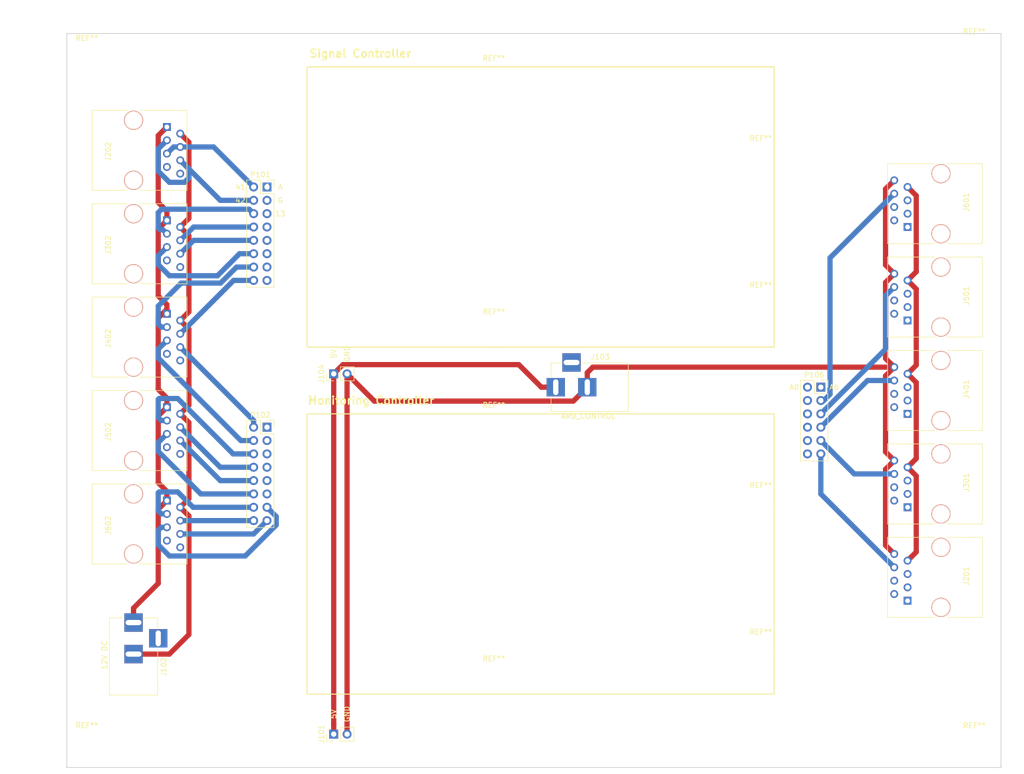
<source format=kicad_pcb>
(kicad_pcb (version 4) (host pcbnew 4.0.7)

  (general
    (links 48)
    (no_connects 0)
    (area 16.835716 10.000199 212.957143 157.875)
    (thickness 1.6)
    (drawings 20)
    (tracks 185)
    (zones 0)
    (modules 29)
    (nets 29)
  )

  (page A4)
  (layers
    (0 F.Cu signal)
    (31 B.Cu signal)
    (32 B.Adhes user)
    (33 F.Adhes user)
    (34 B.Paste user)
    (35 F.Paste user)
    (36 B.SilkS user)
    (37 F.SilkS user)
    (38 B.Mask user)
    (39 F.Mask user)
    (40 Dwgs.User user)
    (41 Cmts.User user)
    (42 Eco1.User user)
    (43 Eco2.User user)
    (44 Edge.Cuts user)
    (45 Margin user)
    (46 B.CrtYd user)
    (47 F.CrtYd user)
    (48 B.Fab user)
    (49 F.Fab user)
  )

  (setup
    (last_trace_width 1)
    (trace_clearance 0.4)
    (zone_clearance 0.508)
    (zone_45_only no)
    (trace_min 0.2)
    (segment_width 0.2)
    (edge_width 0.15)
    (via_size 1.5)
    (via_drill 0.8)
    (via_min_size 0.4)
    (via_min_drill 0.3)
    (uvia_size 0.3)
    (uvia_drill 0.1)
    (uvias_allowed no)
    (uvia_min_size 0.2)
    (uvia_min_drill 0.1)
    (pcb_text_width 0.3)
    (pcb_text_size 1.5 1.5)
    (mod_edge_width 0.15)
    (mod_text_size 1 1)
    (mod_text_width 0.15)
    (pad_size 1.524 1.524)
    (pad_drill 0.762)
    (pad_to_mask_clearance 0.2)
    (aux_axis_origin 0 0)
    (visible_elements 7FFFEFFF)
    (pcbplotparams
      (layerselection 0x00030_80000001)
      (usegerberextensions false)
      (excludeedgelayer true)
      (linewidth 0.100000)
      (plotframeref false)
      (viasonmask false)
      (mode 1)
      (useauxorigin false)
      (hpglpennumber 1)
      (hpglpenspeed 20)
      (hpglpendiameter 15)
      (hpglpenoverlay 2)
      (psnegative false)
      (psa4output false)
      (plotreference true)
      (plotvalue true)
      (plotinvisibletext false)
      (padsonsilk false)
      (subtractmaskfromsilk false)
      (outputformat 1)
      (mirror false)
      (drillshape 1)
      (scaleselection 1)
      (outputdirectory ""))
  )

  (net 0 "")
  (net 1 ARD_TEMP_HB)
  (net 2 ARD_PWM_1)
  (net 3 ARD_PWM_3)
  (net 4 ARD_PWM_2)
  (net 5 ARD_PWM_4)
  (net 6 ARD_TEMP_A)
  (net 7 ARD_5V)
  (net 8 ARD_GND)
  (net 9 DC_IN)
  (net 10 DC_GND)
  (net 11 ARD_PWM_5)
  (net 12 ARD_PWM_6)
  (net 13 ARD_PWM_7)
  (net 14 ARD_PWM_8)
  (net 15 ARD_HBRIDGE_A)
  (net 16 ARD_HBRIDGE_B)
  (net 17 ARD_PWM_9)
  (net 18 ARD_PWM_10)
  (net 19 ARD_PWM_11)
  (net 20 ARD_PWM_12)
  (net 21 ARD_PWM_13)
  (net 22 ARD_PWM_14)
  (net 23 ARD_PWM_15)
  (net 24 ARD_PWM_16)
  (net 25 "Net-(J101-Pad1)")
  (net 26 ARD_TEMP_D)
  (net 27 ARD_TEMP_C)
  (net 28 ARD_TEMP_B)

  (net_class Default "This is the default net class."
    (clearance 0.4)
    (trace_width 1)
    (via_dia 1.5)
    (via_drill 0.8)
    (uvia_dia 0.3)
    (uvia_drill 0.1)
    (add_net ARD_5V)
    (add_net ARD_GND)
    (add_net ARD_HBRIDGE_A)
    (add_net ARD_HBRIDGE_B)
    (add_net ARD_PWM_1)
    (add_net ARD_PWM_10)
    (add_net ARD_PWM_11)
    (add_net ARD_PWM_12)
    (add_net ARD_PWM_13)
    (add_net ARD_PWM_14)
    (add_net ARD_PWM_15)
    (add_net ARD_PWM_16)
    (add_net ARD_PWM_2)
    (add_net ARD_PWM_3)
    (add_net ARD_PWM_4)
    (add_net ARD_PWM_5)
    (add_net ARD_PWM_6)
    (add_net ARD_PWM_7)
    (add_net ARD_PWM_8)
    (add_net ARD_PWM_9)
    (add_net ARD_TEMP_A)
    (add_net ARD_TEMP_B)
    (add_net ARD_TEMP_C)
    (add_net ARD_TEMP_D)
    (add_net ARD_TEMP_HB)
    (add_net DC_GND)
    (add_net DC_IN)
    (add_net "Net-(J101-Pad1)")
  )

  (module Connectors:BARREL_JACK (layer F.Cu) (tedit 5A2EC54A) (tstamp 5A2EC696)
    (at 43.18 128.62 90)
    (descr "DC Barrel Jack")
    (tags "Power Jack")
    (path /5A3109C7)
    (fp_text reference J102 (at -8.45 5.75 270) (layer F.SilkS)
      (effects (font (size 1 1) (thickness 0.15)))
    )
    (fp_text value "12V DC" (at -6.2 -5.5 90) (layer F.SilkS)
      (effects (font (size 1 1) (thickness 0.15)))
    )
    (fp_line (start 1 -4.5) (end 1 -4.75) (layer F.CrtYd) (width 0.05))
    (fp_line (start 1 -4.75) (end -14 -4.75) (layer F.CrtYd) (width 0.05))
    (fp_line (start 1 -4.5) (end 1 -2) (layer F.CrtYd) (width 0.05))
    (fp_line (start 1 -2) (end 2 -2) (layer F.CrtYd) (width 0.05))
    (fp_line (start 2 -2) (end 2 2) (layer F.CrtYd) (width 0.05))
    (fp_line (start 2 2) (end 1 2) (layer F.CrtYd) (width 0.05))
    (fp_line (start 1 2) (end 1 4.75) (layer F.CrtYd) (width 0.05))
    (fp_line (start 1 4.75) (end -1 4.75) (layer F.CrtYd) (width 0.05))
    (fp_line (start -1 4.75) (end -1 6.75) (layer F.CrtYd) (width 0.05))
    (fp_line (start -1 6.75) (end -5 6.75) (layer F.CrtYd) (width 0.05))
    (fp_line (start -5 6.75) (end -5 4.75) (layer F.CrtYd) (width 0.05))
    (fp_line (start -5 4.75) (end -14 4.75) (layer F.CrtYd) (width 0.05))
    (fp_line (start -14 4.75) (end -14 -4.75) (layer F.CrtYd) (width 0.05))
    (fp_line (start -5 4.6) (end -13.8 4.6) (layer F.SilkS) (width 0.12))
    (fp_line (start -13.8 4.6) (end -13.8 -4.6) (layer F.SilkS) (width 0.12))
    (fp_line (start 0.9 1.9) (end 0.9 4.6) (layer F.SilkS) (width 0.12))
    (fp_line (start 0.9 4.6) (end -1 4.6) (layer F.SilkS) (width 0.12))
    (fp_line (start -13.8 -4.6) (end 0.9 -4.6) (layer F.SilkS) (width 0.12))
    (fp_line (start 0.9 -4.6) (end 0.9 -2) (layer F.SilkS) (width 0.12))
    (fp_line (start -10.2 -4.5) (end -10.2 4.5) (layer F.Fab) (width 0.1))
    (fp_line (start -13.7 -4.5) (end -13.7 4.5) (layer F.Fab) (width 0.1))
    (fp_line (start -13.7 4.5) (end 0.8 4.5) (layer F.Fab) (width 0.1))
    (fp_line (start 0.8 4.5) (end 0.8 -4.5) (layer F.Fab) (width 0.1))
    (fp_line (start 0.8 -4.5) (end -13.7 -4.5) (layer F.Fab) (width 0.1))
    (pad 1 thru_hole rect (at 0 0 90) (size 3.5 3.5) (drill oval 1 3) (layers *.Cu *.Mask)
      (net 9 DC_IN))
    (pad 2 thru_hole rect (at -6 0 90) (size 3.5 3.5) (drill oval 1 3) (layers *.Cu *.Mask)
      (net 10 DC_GND))
    (pad 3 thru_hole rect (at -3 4.7 90) (size 3.5 3.5) (drill oval 3 1) (layers *.Cu *.Mask))
  )

  (module Mounting_Holes:MountingHole_3.2mm_M3 (layer F.Cu) (tedit 56D1B4CB) (tstamp 5A2FCCD3)
    (at 203.2 152.4)
    (descr "Mounting Hole 3.2mm, no annular, M3")
    (tags "mounting hole 3.2mm no annular m3")
    (attr virtual)
    (fp_text reference REF** (at 0 -4.2) (layer F.SilkS)
      (effects (font (size 1 1) (thickness 0.15)))
    )
    (fp_text value MountingHole_3.2mm_M3 (at 0 4.2) (layer F.Fab)
      (effects (font (size 1 1) (thickness 0.15)))
    )
    (fp_text user %R (at 0.3 0) (layer F.Fab)
      (effects (font (size 1 1) (thickness 0.15)))
    )
    (fp_circle (center 0 0) (end 3.2 0) (layer Cmts.User) (width 0.15))
    (fp_circle (center 0 0) (end 3.45 0) (layer F.CrtYd) (width 0.05))
    (pad 1 np_thru_hole circle (at 0 0) (size 3.2 3.2) (drill 3.2) (layers *.Cu *.Mask))
  )

  (module Mounting_Holes:MountingHole_3.2mm_M3 (layer F.Cu) (tedit 56D1B4CB) (tstamp 5A2FCCCC)
    (at 34.29 152.4)
    (descr "Mounting Hole 3.2mm, no annular, M3")
    (tags "mounting hole 3.2mm no annular m3")
    (attr virtual)
    (fp_text reference REF** (at 0 -4.2) (layer F.SilkS)
      (effects (font (size 1 1) (thickness 0.15)))
    )
    (fp_text value MountingHole_3.2mm_M3 (at 0 4.2) (layer F.Fab)
      (effects (font (size 1 1) (thickness 0.15)))
    )
    (fp_text user %R (at 0.3 0) (layer F.Fab)
      (effects (font (size 1 1) (thickness 0.15)))
    )
    (fp_circle (center 0 0) (end 3.2 0) (layer Cmts.User) (width 0.15))
    (fp_circle (center 0 0) (end 3.45 0) (layer F.CrtYd) (width 0.05))
    (pad 1 np_thru_hole circle (at 0 0) (size 3.2 3.2) (drill 3.2) (layers *.Cu *.Mask))
  )

  (module Mounting_Holes:MountingHole_3.2mm_M3 (layer F.Cu) (tedit 56D1B4CB) (tstamp 5A2FCCBA)
    (at 203.2 20.32)
    (descr "Mounting Hole 3.2mm, no annular, M3")
    (tags "mounting hole 3.2mm no annular m3")
    (attr virtual)
    (fp_text reference REF** (at 0 -4.2) (layer F.SilkS)
      (effects (font (size 1 1) (thickness 0.15)))
    )
    (fp_text value MountingHole_3.2mm_M3 (at 0 4.2) (layer F.Fab)
      (effects (font (size 1 1) (thickness 0.15)))
    )
    (fp_text user %R (at 0.3 0) (layer F.Fab)
      (effects (font (size 1 1) (thickness 0.15)))
    )
    (fp_circle (center 0 0) (end 3.2 0) (layer Cmts.User) (width 0.15))
    (fp_circle (center 0 0) (end 3.45 0) (layer F.CrtYd) (width 0.05))
    (pad 1 np_thru_hole circle (at 0 0) (size 3.2 3.2) (drill 3.2) (layers *.Cu *.Mask))
  )

  (module Mounting_Holes:MountingHole_3.2mm_M3 (layer F.Cu) (tedit 56D1B4CB) (tstamp 5A2FCCB3)
    (at 34.29 21.59)
    (descr "Mounting Hole 3.2mm, no annular, M3")
    (tags "mounting hole 3.2mm no annular m3")
    (attr virtual)
    (fp_text reference REF** (at 0 -4.2) (layer F.SilkS)
      (effects (font (size 1 1) (thickness 0.15)))
    )
    (fp_text value MountingHole_3.2mm_M3 (at 0 4.2) (layer F.Fab)
      (effects (font (size 1 1) (thickness 0.15)))
    )
    (fp_text user %R (at 0.3 0) (layer F.Fab)
      (effects (font (size 1 1) (thickness 0.15)))
    )
    (fp_circle (center 0 0) (end 3.2 0) (layer Cmts.User) (width 0.15))
    (fp_circle (center 0 0) (end 3.45 0) (layer F.CrtYd) (width 0.05))
    (pad 1 np_thru_hole circle (at 0 0) (size 3.2 3.2) (drill 3.2) (layers *.Cu *.Mask))
  )

  (module Mounting_Holes:MountingHole_3.2mm_M3 (layer F.Cu) (tedit 56D1B4CB) (tstamp 5A2FCCA9)
    (at 111.76 73.66)
    (descr "Mounting Hole 3.2mm, no annular, M3")
    (tags "mounting hole 3.2mm no annular m3")
    (attr virtual)
    (fp_text reference REF** (at 0 -4.2) (layer F.SilkS)
      (effects (font (size 1 1) (thickness 0.15)))
    )
    (fp_text value MountingHole_3.2mm_M3 (at 0 4.2) (layer F.Fab)
      (effects (font (size 1 1) (thickness 0.15)))
    )
    (fp_text user %R (at 0.3 0) (layer F.Fab)
      (effects (font (size 1 1) (thickness 0.15)))
    )
    (fp_circle (center 0 0) (end 3.2 0) (layer Cmts.User) (width 0.15))
    (fp_circle (center 0 0) (end 3.45 0) (layer F.CrtYd) (width 0.05))
    (pad 1 np_thru_hole circle (at 0 0) (size 3.2 3.2) (drill 3.2) (layers *.Cu *.Mask))
  )

  (module Mounting_Holes:MountingHole_3.2mm_M3 (layer F.Cu) (tedit 56D1B4CB) (tstamp 5A2FCCA2)
    (at 162.56 68.58)
    (descr "Mounting Hole 3.2mm, no annular, M3")
    (tags "mounting hole 3.2mm no annular m3")
    (attr virtual)
    (fp_text reference REF** (at 0 -4.2) (layer F.SilkS)
      (effects (font (size 1 1) (thickness 0.15)))
    )
    (fp_text value MountingHole_3.2mm_M3 (at 0 4.2) (layer F.Fab)
      (effects (font (size 1 1) (thickness 0.15)))
    )
    (fp_text user %R (at 0.3 0) (layer F.Fab)
      (effects (font (size 1 1) (thickness 0.15)))
    )
    (fp_circle (center 0 0) (end 3.2 0) (layer Cmts.User) (width 0.15))
    (fp_circle (center 0 0) (end 3.45 0) (layer F.CrtYd) (width 0.05))
    (pad 1 np_thru_hole circle (at 0 0) (size 3.2 3.2) (drill 3.2) (layers *.Cu *.Mask))
  )

  (module Mounting_Holes:MountingHole_3.2mm_M3 (layer F.Cu) (tedit 56D1B4CB) (tstamp 5A2FCC9B)
    (at 162.56 40.64)
    (descr "Mounting Hole 3.2mm, no annular, M3")
    (tags "mounting hole 3.2mm no annular m3")
    (attr virtual)
    (fp_text reference REF** (at 0 -4.2) (layer F.SilkS)
      (effects (font (size 1 1) (thickness 0.15)))
    )
    (fp_text value MountingHole_3.2mm_M3 (at 0 4.2) (layer F.Fab)
      (effects (font (size 1 1) (thickness 0.15)))
    )
    (fp_text user %R (at 0.3 0) (layer F.Fab)
      (effects (font (size 1 1) (thickness 0.15)))
    )
    (fp_circle (center 0 0) (end 3.2 0) (layer Cmts.User) (width 0.15))
    (fp_circle (center 0 0) (end 3.45 0) (layer F.CrtYd) (width 0.05))
    (pad 1 np_thru_hole circle (at 0 0) (size 3.2 3.2) (drill 3.2) (layers *.Cu *.Mask))
  )

  (module Mounting_Holes:MountingHole_3.2mm_M3 (layer F.Cu) (tedit 56D1B4CB) (tstamp 5A2FCC94)
    (at 111.76 25.4)
    (descr "Mounting Hole 3.2mm, no annular, M3")
    (tags "mounting hole 3.2mm no annular m3")
    (attr virtual)
    (fp_text reference REF** (at 0 -4.2) (layer F.SilkS)
      (effects (font (size 1 1) (thickness 0.15)))
    )
    (fp_text value MountingHole_3.2mm_M3 (at 0 4.2) (layer F.Fab)
      (effects (font (size 1 1) (thickness 0.15)))
    )
    (fp_text user %R (at 0.3 0) (layer F.Fab)
      (effects (font (size 1 1) (thickness 0.15)))
    )
    (fp_circle (center 0 0) (end 3.2 0) (layer Cmts.User) (width 0.15))
    (fp_circle (center 0 0) (end 3.45 0) (layer F.CrtYd) (width 0.05))
    (pad 1 np_thru_hole circle (at 0 0) (size 3.2 3.2) (drill 3.2) (layers *.Cu *.Mask))
  )

  (module Mounting_Holes:MountingHole_3.2mm_M3 (layer F.Cu) (tedit 56D1B4CB) (tstamp 5A2FCC80)
    (at 162.56 106.68)
    (descr "Mounting Hole 3.2mm, no annular, M3")
    (tags "mounting hole 3.2mm no annular m3")
    (attr virtual)
    (fp_text reference REF** (at 0 -4.2) (layer F.SilkS)
      (effects (font (size 1 1) (thickness 0.15)))
    )
    (fp_text value MountingHole_3.2mm_M3 (at 0 4.2) (layer F.Fab)
      (effects (font (size 1 1) (thickness 0.15)))
    )
    (fp_text user %R (at 0.3 0) (layer F.Fab)
      (effects (font (size 1 1) (thickness 0.15)))
    )
    (fp_circle (center 0 0) (end 3.2 0) (layer Cmts.User) (width 0.15))
    (fp_circle (center 0 0) (end 3.45 0) (layer F.CrtYd) (width 0.05))
    (pad 1 np_thru_hole circle (at 0 0) (size 3.2 3.2) (drill 3.2) (layers *.Cu *.Mask))
  )

  (module Mounting_Holes:MountingHole_3.2mm_M3 (layer F.Cu) (tedit 56D1B4CB) (tstamp 5A2FCC79)
    (at 162.56 134.62)
    (descr "Mounting Hole 3.2mm, no annular, M3")
    (tags "mounting hole 3.2mm no annular m3")
    (attr virtual)
    (fp_text reference REF** (at 0 -4.2) (layer F.SilkS)
      (effects (font (size 1 1) (thickness 0.15)))
    )
    (fp_text value MountingHole_3.2mm_M3 (at 0 4.2) (layer F.Fab)
      (effects (font (size 1 1) (thickness 0.15)))
    )
    (fp_text user %R (at 0.3 0) (layer F.Fab)
      (effects (font (size 1 1) (thickness 0.15)))
    )
    (fp_circle (center 0 0) (end 3.2 0) (layer Cmts.User) (width 0.15))
    (fp_circle (center 0 0) (end 3.45 0) (layer F.CrtYd) (width 0.05))
    (pad 1 np_thru_hole circle (at 0 0) (size 3.2 3.2) (drill 3.2) (layers *.Cu *.Mask))
  )

  (module Mounting_Holes:MountingHole_3.2mm_M3 (layer F.Cu) (tedit 56D1B4CB) (tstamp 5A2FCC70)
    (at 111.76 139.7)
    (descr "Mounting Hole 3.2mm, no annular, M3")
    (tags "mounting hole 3.2mm no annular m3")
    (attr virtual)
    (fp_text reference REF** (at 0 -4.2) (layer F.SilkS)
      (effects (font (size 1 1) (thickness 0.15)))
    )
    (fp_text value MountingHole_3.2mm_M3 (at 0 4.2) (layer F.Fab)
      (effects (font (size 1 1) (thickness 0.15)))
    )
    (fp_text user %R (at 0.3 0) (layer F.Fab)
      (effects (font (size 1 1) (thickness 0.15)))
    )
    (fp_circle (center 0 0) (end 3.2 0) (layer Cmts.User) (width 0.15))
    (fp_circle (center 0 0) (end 3.45 0) (layer F.CrtYd) (width 0.05))
    (pad 1 np_thru_hole circle (at 0 0) (size 3.2 3.2) (drill 3.2) (layers *.Cu *.Mask))
  )

  (module Socket_Strips:Socket_Strip_Straight_2x08_Pitch2.54mm (layer F.Cu) (tedit 5A2EC927) (tstamp 5A2EB8CE)
    (at 68.58 45.72)
    (descr "Through hole straight socket strip, 2x08, 2.54mm pitch, double rows")
    (tags "Through hole socket strip THT 2x08 2.54mm double row")
    (path /599F28C2)
    (fp_text reference P101 (at -1.27 -2.33) (layer F.SilkS)
      (effects (font (size 1 1) (thickness 0.15)))
    )
    (fp_text value Digital (at -1.27 20.11) (layer F.Fab)
      (effects (font (size 1 1) (thickness 0.15)))
    )
    (fp_text user 42 (at -5.08 2.54) (layer F.SilkS)
      (effects (font (size 1 1) (thickness 0.15)))
    )
    (fp_text user 41 (at -5.08 0) (layer F.SilkS)
      (effects (font (size 1 1) (thickness 0.15)))
    )
    (fp_text user 13 (at 2.54 5.08) (layer F.SilkS)
      (effects (font (size 1 1) (thickness 0.15)))
    )
    (fp_text user G (at 2.54 2.54) (layer F.SilkS)
      (effects (font (size 1 1) (thickness 0.15)))
    )
    (fp_text user G (at 0 0) (layer F.SilkS)
      (effects (font (size 1 1) (thickness 0.15)))
    )
    (fp_text user A (at 2.54 0) (layer F.SilkS)
      (effects (font (size 1 1) (thickness 0.15)))
    )
    (fp_line (start -3.81 -1.27) (end -3.81 19.05) (layer F.Fab) (width 0.1))
    (fp_line (start -3.81 19.05) (end 1.27 19.05) (layer F.Fab) (width 0.1))
    (fp_line (start 1.27 19.05) (end 1.27 -1.27) (layer F.Fab) (width 0.1))
    (fp_line (start 1.27 -1.27) (end -3.81 -1.27) (layer F.Fab) (width 0.1))
    (fp_line (start 1.33 1.27) (end 1.33 19.11) (layer F.SilkS) (width 0.12))
    (fp_line (start 1.33 19.11) (end -3.87 19.11) (layer F.SilkS) (width 0.12))
    (fp_line (start -3.87 19.11) (end -3.87 -1.33) (layer F.SilkS) (width 0.12))
    (fp_line (start -3.87 -1.33) (end -1.27 -1.33) (layer F.SilkS) (width 0.12))
    (fp_line (start -1.27 -1.33) (end -1.27 1.27) (layer F.SilkS) (width 0.12))
    (fp_line (start -1.27 1.27) (end 1.33 1.27) (layer F.SilkS) (width 0.12))
    (fp_line (start 1.33 0) (end 1.33 -1.33) (layer F.SilkS) (width 0.12))
    (fp_line (start 1.33 -1.33) (end 0.06 -1.33) (layer F.SilkS) (width 0.12))
    (fp_line (start -4.35 -1.8) (end -4.35 19.55) (layer F.CrtYd) (width 0.05))
    (fp_line (start -4.35 19.55) (end 1.8 19.55) (layer F.CrtYd) (width 0.05))
    (fp_line (start 1.8 19.55) (end 1.8 -1.8) (layer F.CrtYd) (width 0.05))
    (fp_line (start 1.8 -1.8) (end -4.35 -1.8) (layer F.CrtYd) (width 0.05))
    (fp_text user %R (at -1.27 -2.33) (layer F.Fab)
      (effects (font (size 1 1) (thickness 0.15)))
    )
    (pad 1 thru_hole rect (at 0 0) (size 1.7 1.7) (drill 1) (layers *.Cu *.Mask))
    (pad 2 thru_hole oval (at -2.54 0) (size 1.7 1.7) (drill 1) (layers *.Cu *.Mask)
      (net 16 ARD_HBRIDGE_B))
    (pad 3 thru_hole oval (at 0 2.54) (size 1.7 1.7) (drill 1) (layers *.Cu *.Mask))
    (pad 4 thru_hole oval (at -2.54 2.54) (size 1.7 1.7) (drill 1) (layers *.Cu *.Mask)
      (net 15 ARD_HBRIDGE_A))
    (pad 5 thru_hole oval (at 0 5.08) (size 1.7 1.7) (drill 1) (layers *.Cu *.Mask))
    (pad 6 thru_hole oval (at -2.54 5.08) (size 1.7 1.7) (drill 1) (layers *.Cu *.Mask)
      (net 2 ARD_PWM_1))
    (pad 7 thru_hole oval (at 0 7.62) (size 1.7 1.7) (drill 1) (layers *.Cu *.Mask))
    (pad 8 thru_hole oval (at -2.54 7.62) (size 1.7 1.7) (drill 1) (layers *.Cu *.Mask)
      (net 4 ARD_PWM_2))
    (pad 9 thru_hole oval (at 0 10.16) (size 1.7 1.7) (drill 1) (layers *.Cu *.Mask))
    (pad 10 thru_hole oval (at -2.54 10.16) (size 1.7 1.7) (drill 1) (layers *.Cu *.Mask)
      (net 5 ARD_PWM_4))
    (pad 11 thru_hole oval (at 0 12.7) (size 1.7 1.7) (drill 1) (layers *.Cu *.Mask))
    (pad 12 thru_hole oval (at -2.54 12.7) (size 1.7 1.7) (drill 1) (layers *.Cu *.Mask)
      (net 3 ARD_PWM_3))
    (pad 13 thru_hole oval (at 0 15.24) (size 1.7 1.7) (drill 1) (layers *.Cu *.Mask))
    (pad 14 thru_hole oval (at -2.54 15.24) (size 1.7 1.7) (drill 1) (layers *.Cu *.Mask)
      (net 11 ARD_PWM_5))
    (pad 15 thru_hole oval (at 0 17.78) (size 1.7 1.7) (drill 1) (layers *.Cu *.Mask))
    (pad 16 thru_hole oval (at -2.54 17.78) (size 1.7 1.7) (drill 1) (layers *.Cu *.Mask)
      (net 12 ARD_PWM_6))
    (model ${KISYS3DMOD}/Socket_Strips.3dshapes/Socket_Strip_Straight_2x08_Pitch2.54mm.wrl
      (at (xyz -0.05 -0.35 0))
      (scale (xyz 1 1 1))
      (rotate (xyz 0 0 270))
    )
  )

  (module Socket_Strips:Socket_Strip_Straight_2x06_Pitch2.54mm (layer F.Cu) (tedit 5A2EC839) (tstamp 5A2EB97F)
    (at 173.99 83.82)
    (descr "Through hole straight socket strip, 2x06, 2.54mm pitch, double rows")
    (tags "Through hole socket strip THT 2x06 2.54mm double row")
    (path /599F771D)
    (fp_text reference P106 (at -1.27 -2.33) (layer F.SilkS)
      (effects (font (size 1 1) (thickness 0.15)))
    )
    (fp_text value Analog (at -1.27 15.03) (layer F.Fab)
      (effects (font (size 1 1) (thickness 0.15)))
    )
    (fp_text user A0 (at -5.08 0) (layer F.SilkS)
      (effects (font (size 1 1) (thickness 0.15)))
    )
    (fp_text user A6 (at 2.54 0) (layer F.SilkS)
      (effects (font (size 1 1) (thickness 0.15)))
    )
    (fp_line (start -3.81 -1.27) (end -3.81 13.97) (layer F.Fab) (width 0.1))
    (fp_line (start -3.81 13.97) (end 1.27 13.97) (layer F.Fab) (width 0.1))
    (fp_line (start 1.27 13.97) (end 1.27 -1.27) (layer F.Fab) (width 0.1))
    (fp_line (start 1.27 -1.27) (end -3.81 -1.27) (layer F.Fab) (width 0.1))
    (fp_line (start 1.33 1.27) (end 1.33 14.03) (layer F.SilkS) (width 0.12))
    (fp_line (start 1.33 14.03) (end -3.87 14.03) (layer F.SilkS) (width 0.12))
    (fp_line (start -3.87 14.03) (end -3.87 -1.33) (layer F.SilkS) (width 0.12))
    (fp_line (start -3.87 -1.33) (end -1.27 -1.33) (layer F.SilkS) (width 0.12))
    (fp_line (start -1.27 -1.33) (end -1.27 1.27) (layer F.SilkS) (width 0.12))
    (fp_line (start -1.27 1.27) (end 1.33 1.27) (layer F.SilkS) (width 0.12))
    (fp_line (start 1.33 0) (end 1.33 -1.33) (layer F.SilkS) (width 0.12))
    (fp_line (start 1.33 -1.33) (end 0.06 -1.33) (layer F.SilkS) (width 0.12))
    (fp_line (start -4.35 -1.8) (end -4.35 14.5) (layer F.CrtYd) (width 0.05))
    (fp_line (start -4.35 14.5) (end 1.8 14.5) (layer F.CrtYd) (width 0.05))
    (fp_line (start 1.8 14.5) (end 1.8 -1.8) (layer F.CrtYd) (width 0.05))
    (fp_line (start 1.8 -1.8) (end -4.35 -1.8) (layer F.CrtYd) (width 0.05))
    (fp_text user %R (at -1.27 -2.33) (layer F.Fab)
      (effects (font (size 1 1) (thickness 0.15)))
    )
    (pad 1 thru_hole rect (at 0 0) (size 1.7 1.7) (drill 1) (layers *.Cu *.Mask))
    (pad 2 thru_hole oval (at -2.54 0) (size 1.7 1.7) (drill 1) (layers *.Cu *.Mask))
    (pad 3 thru_hole oval (at 0 2.54) (size 1.7 1.7) (drill 1) (layers *.Cu *.Mask)
      (net 26 ARD_TEMP_D))
    (pad 4 thru_hole oval (at -2.54 2.54) (size 1.7 1.7) (drill 1) (layers *.Cu *.Mask))
    (pad 5 thru_hole oval (at 0 5.08) (size 1.7 1.7) (drill 1) (layers *.Cu *.Mask)
      (net 27 ARD_TEMP_C))
    (pad 6 thru_hole oval (at -2.54 5.08) (size 1.7 1.7) (drill 1) (layers *.Cu *.Mask))
    (pad 7 thru_hole oval (at 0 7.62) (size 1.7 1.7) (drill 1) (layers *.Cu *.Mask)
      (net 28 ARD_TEMP_B))
    (pad 8 thru_hole oval (at -2.54 7.62) (size 1.7 1.7) (drill 1) (layers *.Cu *.Mask))
    (pad 9 thru_hole oval (at 0 10.16) (size 1.7 1.7) (drill 1) (layers *.Cu *.Mask)
      (net 6 ARD_TEMP_A))
    (pad 10 thru_hole oval (at -2.54 10.16) (size 1.7 1.7) (drill 1) (layers *.Cu *.Mask))
    (pad 11 thru_hole oval (at 0 12.7) (size 1.7 1.7) (drill 1) (layers *.Cu *.Mask)
      (net 1 ARD_TEMP_HB))
    (pad 12 thru_hole oval (at -2.54 12.7) (size 1.7 1.7) (drill 1) (layers *.Cu *.Mask))
    (model ${KISYS3DMOD}/Socket_Strips.3dshapes/Socket_Strip_Straight_2x06_Pitch2.54mm.wrl
      (at (xyz -0.05 -0.25 0))
      (scale (xyz 1 1 1))
      (rotate (xyz 0 0 270))
    )
  )

  (module Socket_Strips:Socket_Strip_Straight_1x02_Pitch2.54mm (layer F.Cu) (tedit 5A2EC68F) (tstamp 5A2EB7A4)
    (at 81.28 149.86 90)
    (descr "Through hole straight socket strip, 1x02, 2.54mm pitch, single row")
    (tags "Through hole socket strip THT 1x02 2.54mm single row")
    (path /5A3106C2)
    (fp_text reference J101 (at 0 -2.33 90) (layer F.SilkS)
      (effects (font (size 1 1) (thickness 0.15)))
    )
    (fp_text value "7V-9V DC" (at 0 4.87 90) (layer F.Fab)
      (effects (font (size 1 1) (thickness 0.15)))
    )
    (fp_text user 5V (at 3.81 0 90) (layer F.SilkS)
      (effects (font (size 1 1) (thickness 0.15)))
    )
    (fp_text user GND (at 3.81 2.54 90) (layer F.SilkS)
      (effects (font (size 1 1) (thickness 0.15)))
    )
    (fp_line (start -1.27 -1.27) (end -1.27 3.81) (layer F.Fab) (width 0.1))
    (fp_line (start -1.27 3.81) (end 1.27 3.81) (layer F.Fab) (width 0.1))
    (fp_line (start 1.27 3.81) (end 1.27 -1.27) (layer F.Fab) (width 0.1))
    (fp_line (start 1.27 -1.27) (end -1.27 -1.27) (layer F.Fab) (width 0.1))
    (fp_line (start -1.33 1.27) (end -1.33 3.87) (layer F.SilkS) (width 0.12))
    (fp_line (start -1.33 3.87) (end 1.33 3.87) (layer F.SilkS) (width 0.12))
    (fp_line (start 1.33 3.87) (end 1.33 1.27) (layer F.SilkS) (width 0.12))
    (fp_line (start 1.33 1.27) (end -1.33 1.27) (layer F.SilkS) (width 0.12))
    (fp_line (start -1.33 0) (end -1.33 -1.33) (layer F.SilkS) (width 0.12))
    (fp_line (start -1.33 -1.33) (end 0 -1.33) (layer F.SilkS) (width 0.12))
    (fp_line (start -1.8 -1.8) (end -1.8 4.35) (layer F.CrtYd) (width 0.05))
    (fp_line (start -1.8 4.35) (end 1.8 4.35) (layer F.CrtYd) (width 0.05))
    (fp_line (start 1.8 4.35) (end 1.8 -1.8) (layer F.CrtYd) (width 0.05))
    (fp_line (start 1.8 -1.8) (end -1.8 -1.8) (layer F.CrtYd) (width 0.05))
    (fp_text user %R (at 0 -2.33 90) (layer F.Fab)
      (effects (font (size 1 1) (thickness 0.15)))
    )
    (pad 1 thru_hole rect (at 0 0 90) (size 1.7 1.7) (drill 1) (layers *.Cu *.Mask)
      (net 25 "Net-(J101-Pad1)"))
    (pad 2 thru_hole oval (at 0 2.54 90) (size 1.7 1.7) (drill 1) (layers *.Cu *.Mask)
      (net 8 ARD_GND))
    (model ${KISYS3DMOD}/Socket_Strips.3dshapes/Socket_Strip_Straight_1x02_Pitch2.54mm.wrl
      (at (xyz 0 -0.05 0))
      (scale (xyz 1 1 1))
      (rotate (xyz 0 0 270))
    )
  )

  (module Socket_Strips:Socket_Strip_Straight_1x02_Pitch2.54mm (layer F.Cu) (tedit 5A2EC674) (tstamp 5A2EC676)
    (at 81.28 81.28 90)
    (descr "Through hole straight socket strip, 1x02, 2.54mm pitch, single row")
    (tags "Through hole socket strip THT 1x02 2.54mm single row")
    (path /599F9F17)
    (fp_text reference J104 (at 0 -2.33 90) (layer F.SilkS)
      (effects (font (size 1 1) (thickness 0.15)))
    )
    (fp_text value ARD_MONITOR (at 0 4.87 90) (layer F.Fab)
      (effects (font (size 1 1) (thickness 0.15)))
    )
    (fp_text user 5V (at 3.81 0 90) (layer F.SilkS)
      (effects (font (size 1 1) (thickness 0.15)))
    )
    (fp_text user GND (at 3.81 2.54 90) (layer F.SilkS)
      (effects (font (size 1 1) (thickness 0.15)))
    )
    (fp_line (start -1.27 -1.27) (end -1.27 3.81) (layer F.Fab) (width 0.1))
    (fp_line (start -1.27 3.81) (end 1.27 3.81) (layer F.Fab) (width 0.1))
    (fp_line (start 1.27 3.81) (end 1.27 -1.27) (layer F.Fab) (width 0.1))
    (fp_line (start 1.27 -1.27) (end -1.27 -1.27) (layer F.Fab) (width 0.1))
    (fp_line (start -1.33 1.27) (end -1.33 3.87) (layer F.SilkS) (width 0.12))
    (fp_line (start -1.33 3.87) (end 1.33 3.87) (layer F.SilkS) (width 0.12))
    (fp_line (start 1.33 3.87) (end 1.33 1.27) (layer F.SilkS) (width 0.12))
    (fp_line (start 1.33 1.27) (end -1.33 1.27) (layer F.SilkS) (width 0.12))
    (fp_line (start -1.33 0) (end -1.33 -1.33) (layer F.SilkS) (width 0.12))
    (fp_line (start -1.33 -1.33) (end 0 -1.33) (layer F.SilkS) (width 0.12))
    (fp_line (start -1.8 -1.8) (end -1.8 4.35) (layer F.CrtYd) (width 0.05))
    (fp_line (start -1.8 4.35) (end 1.8 4.35) (layer F.CrtYd) (width 0.05))
    (fp_line (start 1.8 4.35) (end 1.8 -1.8) (layer F.CrtYd) (width 0.05))
    (fp_line (start 1.8 -1.8) (end -1.8 -1.8) (layer F.CrtYd) (width 0.05))
    (fp_text user %R (at 0 -2.33 90) (layer F.Fab)
      (effects (font (size 1 1) (thickness 0.15)))
    )
    (pad 1 thru_hole rect (at 0 0 90) (size 1.7 1.7) (drill 1) (layers *.Cu *.Mask)
      (net 25 "Net-(J101-Pad1)"))
    (pad 2 thru_hole oval (at 0 2.54 90) (size 1.7 1.7) (drill 1) (layers *.Cu *.Mask)
      (net 8 ARD_GND))
    (model ${KISYS3DMOD}/Socket_Strips.3dshapes/Socket_Strip_Straight_1x02_Pitch2.54mm.wrl
      (at (xyz 0 -0.05 0))
      (scale (xyz 1 1 1))
      (rotate (xyz 0 0 270))
    )
  )

  (module PartsLibraries:RJ45 (layer F.Cu) (tedit 59511D7C) (tstamp 5A2EB7D1)
    (at 190.5 124.46 90)
    (tags RJ45)
    (path /5A2F1991/5A2E9F01)
    (fp_text reference J201 (at 4.7 11.18 90) (layer F.SilkS)
      (effects (font (size 1 1) (thickness 0.15)))
    )
    (fp_text value RJ45 (at 4.59 6.25 90) (layer F.Fab)
      (effects (font (size 1 1) (thickness 0.15)))
    )
    (fp_line (start -3.17 14.22) (end 12.07 14.22) (layer F.SilkS) (width 0.12))
    (fp_line (start 12.07 -3.81) (end 12.06 5.18) (layer F.SilkS) (width 0.12))
    (fp_line (start 12.07 -3.81) (end -3.17 -3.81) (layer F.SilkS) (width 0.12))
    (fp_line (start -3.17 -3.81) (end -3.17 5.19) (layer F.SilkS) (width 0.12))
    (fp_line (start 12.06 7.52) (end 12.07 14.22) (layer F.SilkS) (width 0.12))
    (fp_line (start -3.17 7.51) (end -3.17 14.22) (layer F.SilkS) (width 0.12))
    (fp_line (start -3.56 -4.06) (end 12.46 -4.06) (layer F.CrtYd) (width 0.05))
    (fp_line (start -3.56 -4.06) (end -3.56 14.47) (layer F.CrtYd) (width 0.05))
    (fp_line (start 12.46 14.47) (end 12.46 -4.06) (layer F.CrtYd) (width 0.05))
    (fp_line (start 12.46 14.47) (end -3.56 14.47) (layer F.CrtYd) (width 0.05))
    (pad "" np_thru_hole circle (at 10.16 6.35 90) (size 3.65 3.65) (drill 3.25) (layers *.Cu *.SilkS *.Mask))
    (pad "" np_thru_hole circle (at -1.27 6.35 90) (size 3.65 3.65) (drill 3.25) (layers *.Cu *.SilkS *.Mask))
    (pad 1 thru_hole rect (at 0 0 90) (size 1.5 1.5) (drill 0.9) (layers *.Cu *.Mask))
    (pad 2 thru_hole circle (at 1.27 -2.54 90) (size 1.5 1.5) (drill 0.9) (layers *.Cu *.Mask))
    (pad 3 thru_hole circle (at 2.54 0 90) (size 1.5 1.5) (drill 0.9) (layers *.Cu *.Mask))
    (pad 4 thru_hole circle (at 3.81 -2.54 90) (size 1.5 1.5) (drill 0.9) (layers *.Cu *.Mask))
    (pad 5 thru_hole circle (at 5.08 0 90) (size 1.5 1.5) (drill 0.9) (layers *.Cu *.Mask))
    (pad 6 thru_hole circle (at 6.35 -2.54 90) (size 1.5 1.5) (drill 0.9) (layers *.Cu *.Mask)
      (net 1 ARD_TEMP_HB))
    (pad 7 thru_hole circle (at 7.62 0 90) (size 1.5 1.5) (drill 0.9) (layers *.Cu *.Mask)
      (net 7 ARD_5V))
    (pad 8 thru_hole circle (at 8.89 -2.54 90) (size 1.5 1.5) (drill 0.9) (layers *.Cu *.Mask)
      (net 8 ARD_GND))
    (model ../../../../../../Development/multilevelinverter/Hardware/3D/RJ45.wrl
      (at (xyz 0.175 -0.667 0.3))
      (scale (xyz 10 10 10))
      (rotate (xyz 270 0 0))
    )
  )

  (module PartsLibraries:RJ45 (layer F.Cu) (tedit 59511D7C) (tstamp 5A2EB7E9)
    (at 49.53 34.29 270)
    (tags RJ45)
    (path /5A2F1991/5A2E9F0E)
    (fp_text reference J202 (at 4.7 11.18 270) (layer F.SilkS)
      (effects (font (size 1 1) (thickness 0.15)))
    )
    (fp_text value RJ45 (at 4.59 6.25 270) (layer F.Fab)
      (effects (font (size 1 1) (thickness 0.15)))
    )
    (fp_line (start -3.17 14.22) (end 12.07 14.22) (layer F.SilkS) (width 0.12))
    (fp_line (start 12.07 -3.81) (end 12.06 5.18) (layer F.SilkS) (width 0.12))
    (fp_line (start 12.07 -3.81) (end -3.17 -3.81) (layer F.SilkS) (width 0.12))
    (fp_line (start -3.17 -3.81) (end -3.17 5.19) (layer F.SilkS) (width 0.12))
    (fp_line (start 12.06 7.52) (end 12.07 14.22) (layer F.SilkS) (width 0.12))
    (fp_line (start -3.17 7.51) (end -3.17 14.22) (layer F.SilkS) (width 0.12))
    (fp_line (start -3.56 -4.06) (end 12.46 -4.06) (layer F.CrtYd) (width 0.05))
    (fp_line (start -3.56 -4.06) (end -3.56 14.47) (layer F.CrtYd) (width 0.05))
    (fp_line (start 12.46 14.47) (end 12.46 -4.06) (layer F.CrtYd) (width 0.05))
    (fp_line (start 12.46 14.47) (end -3.56 14.47) (layer F.CrtYd) (width 0.05))
    (pad "" np_thru_hole circle (at 10.16 6.35 270) (size 3.65 3.65) (drill 3.25) (layers *.Cu *.SilkS *.Mask))
    (pad "" np_thru_hole circle (at -1.27 6.35 270) (size 3.65 3.65) (drill 3.25) (layers *.Cu *.SilkS *.Mask))
    (pad 1 thru_hole rect (at 0 0 270) (size 1.5 1.5) (drill 0.9) (layers *.Cu *.Mask)
      (net 9 DC_IN))
    (pad 2 thru_hole circle (at 1.27 -2.54 270) (size 1.5 1.5) (drill 0.9) (layers *.Cu *.Mask)
      (net 10 DC_GND))
    (pad 3 thru_hole circle (at 2.54 0 270) (size 1.5 1.5) (drill 0.9) (layers *.Cu *.Mask)
      (net 15 ARD_HBRIDGE_A))
    (pad 4 thru_hole circle (at 3.81 -2.54 270) (size 1.5 1.5) (drill 0.9) (layers *.Cu *.Mask)
      (net 16 ARD_HBRIDGE_B))
    (pad 5 thru_hole circle (at 5.08 0 270) (size 1.5 1.5) (drill 0.9) (layers *.Cu *.Mask)
      (net 16 ARD_HBRIDGE_B))
    (pad 6 thru_hole circle (at 6.35 -2.54 270) (size 1.5 1.5) (drill 0.9) (layers *.Cu *.Mask)
      (net 15 ARD_HBRIDGE_A))
    (pad 7 thru_hole circle (at 7.62 0 270) (size 1.5 1.5) (drill 0.9) (layers *.Cu *.Mask))
    (pad 8 thru_hole circle (at 8.89 -2.54 270) (size 1.5 1.5) (drill 0.9) (layers *.Cu *.Mask))
    (model ../../../../../../Development/multilevelinverter/Hardware/3D/RJ45.wrl
      (at (xyz 0.175 -0.667 0.3))
      (scale (xyz 10 10 10))
      (rotate (xyz 270 0 0))
    )
  )

  (module PartsLibraries:RJ45 (layer F.Cu) (tedit 59511D7C) (tstamp 5A2EB801)
    (at 190.5 106.68 90)
    (tags RJ45)
    (path /5A2F08D5/5A2E9F01)
    (fp_text reference J301 (at 4.7 11.18 90) (layer F.SilkS)
      (effects (font (size 1 1) (thickness 0.15)))
    )
    (fp_text value RJ45 (at 4.59 6.25 90) (layer F.Fab)
      (effects (font (size 1 1) (thickness 0.15)))
    )
    (fp_line (start -3.17 14.22) (end 12.07 14.22) (layer F.SilkS) (width 0.12))
    (fp_line (start 12.07 -3.81) (end 12.06 5.18) (layer F.SilkS) (width 0.12))
    (fp_line (start 12.07 -3.81) (end -3.17 -3.81) (layer F.SilkS) (width 0.12))
    (fp_line (start -3.17 -3.81) (end -3.17 5.19) (layer F.SilkS) (width 0.12))
    (fp_line (start 12.06 7.52) (end 12.07 14.22) (layer F.SilkS) (width 0.12))
    (fp_line (start -3.17 7.51) (end -3.17 14.22) (layer F.SilkS) (width 0.12))
    (fp_line (start -3.56 -4.06) (end 12.46 -4.06) (layer F.CrtYd) (width 0.05))
    (fp_line (start -3.56 -4.06) (end -3.56 14.47) (layer F.CrtYd) (width 0.05))
    (fp_line (start 12.46 14.47) (end 12.46 -4.06) (layer F.CrtYd) (width 0.05))
    (fp_line (start 12.46 14.47) (end -3.56 14.47) (layer F.CrtYd) (width 0.05))
    (pad "" np_thru_hole circle (at 10.16 6.35 90) (size 3.65 3.65) (drill 3.25) (layers *.Cu *.SilkS *.Mask))
    (pad "" np_thru_hole circle (at -1.27 6.35 90) (size 3.65 3.65) (drill 3.25) (layers *.Cu *.SilkS *.Mask))
    (pad 1 thru_hole rect (at 0 0 90) (size 1.5 1.5) (drill 0.9) (layers *.Cu *.Mask))
    (pad 2 thru_hole circle (at 1.27 -2.54 90) (size 1.5 1.5) (drill 0.9) (layers *.Cu *.Mask))
    (pad 3 thru_hole circle (at 2.54 0 90) (size 1.5 1.5) (drill 0.9) (layers *.Cu *.Mask))
    (pad 4 thru_hole circle (at 3.81 -2.54 90) (size 1.5 1.5) (drill 0.9) (layers *.Cu *.Mask))
    (pad 5 thru_hole circle (at 5.08 0 90) (size 1.5 1.5) (drill 0.9) (layers *.Cu *.Mask))
    (pad 6 thru_hole circle (at 6.35 -2.54 90) (size 1.5 1.5) (drill 0.9) (layers *.Cu *.Mask)
      (net 6 ARD_TEMP_A))
    (pad 7 thru_hole circle (at 7.62 0 90) (size 1.5 1.5) (drill 0.9) (layers *.Cu *.Mask)
      (net 7 ARD_5V))
    (pad 8 thru_hole circle (at 8.89 -2.54 90) (size 1.5 1.5) (drill 0.9) (layers *.Cu *.Mask)
      (net 8 ARD_GND))
    (model ../../../../../../Development/multilevelinverter/Hardware/3D/RJ45.wrl
      (at (xyz 0.175 -0.667 0.3))
      (scale (xyz 10 10 10))
      (rotate (xyz 270 0 0))
    )
  )

  (module PartsLibraries:RJ45 (layer F.Cu) (tedit 59511D7C) (tstamp 5A2EB819)
    (at 49.53 52.07 270)
    (tags RJ45)
    (path /5A2F08D5/5A2E9F0E)
    (fp_text reference J302 (at 4.7 11.18 270) (layer F.SilkS)
      (effects (font (size 1 1) (thickness 0.15)))
    )
    (fp_text value RJ45 (at 4.59 6.25 270) (layer F.Fab)
      (effects (font (size 1 1) (thickness 0.15)))
    )
    (fp_line (start -3.17 14.22) (end 12.07 14.22) (layer F.SilkS) (width 0.12))
    (fp_line (start 12.07 -3.81) (end 12.06 5.18) (layer F.SilkS) (width 0.12))
    (fp_line (start 12.07 -3.81) (end -3.17 -3.81) (layer F.SilkS) (width 0.12))
    (fp_line (start -3.17 -3.81) (end -3.17 5.19) (layer F.SilkS) (width 0.12))
    (fp_line (start 12.06 7.52) (end 12.07 14.22) (layer F.SilkS) (width 0.12))
    (fp_line (start -3.17 7.51) (end -3.17 14.22) (layer F.SilkS) (width 0.12))
    (fp_line (start -3.56 -4.06) (end 12.46 -4.06) (layer F.CrtYd) (width 0.05))
    (fp_line (start -3.56 -4.06) (end -3.56 14.47) (layer F.CrtYd) (width 0.05))
    (fp_line (start 12.46 14.47) (end 12.46 -4.06) (layer F.CrtYd) (width 0.05))
    (fp_line (start 12.46 14.47) (end -3.56 14.47) (layer F.CrtYd) (width 0.05))
    (pad "" np_thru_hole circle (at 10.16 6.35 270) (size 3.65 3.65) (drill 3.25) (layers *.Cu *.SilkS *.Mask))
    (pad "" np_thru_hole circle (at -1.27 6.35 270) (size 3.65 3.65) (drill 3.25) (layers *.Cu *.SilkS *.Mask))
    (pad 1 thru_hole rect (at 0 0 270) (size 1.5 1.5) (drill 0.9) (layers *.Cu *.Mask)
      (net 9 DC_IN))
    (pad 2 thru_hole circle (at 1.27 -2.54 270) (size 1.5 1.5) (drill 0.9) (layers *.Cu *.Mask)
      (net 10 DC_GND))
    (pad 3 thru_hole circle (at 2.54 0 270) (size 1.5 1.5) (drill 0.9) (layers *.Cu *.Mask)
      (net 2 ARD_PWM_1))
    (pad 4 thru_hole circle (at 3.81 -2.54 270) (size 1.5 1.5) (drill 0.9) (layers *.Cu *.Mask)
      (net 4 ARD_PWM_2))
    (pad 5 thru_hole circle (at 5.08 0 270) (size 1.5 1.5) (drill 0.9) (layers *.Cu *.Mask)
      (net 3 ARD_PWM_3))
    (pad 6 thru_hole circle (at 6.35 -2.54 270) (size 1.5 1.5) (drill 0.9) (layers *.Cu *.Mask)
      (net 5 ARD_PWM_4))
    (pad 7 thru_hole circle (at 7.62 0 270) (size 1.5 1.5) (drill 0.9) (layers *.Cu *.Mask))
    (pad 8 thru_hole circle (at 8.89 -2.54 270) (size 1.5 1.5) (drill 0.9) (layers *.Cu *.Mask))
    (model ../../../../../../Development/multilevelinverter/Hardware/3D/RJ45.wrl
      (at (xyz 0.175 -0.667 0.3))
      (scale (xyz 10 10 10))
      (rotate (xyz 270 0 0))
    )
  )

  (module PartsLibraries:RJ45 (layer F.Cu) (tedit 59511D7C) (tstamp 5A2EB831)
    (at 190.5 88.9 90)
    (tags RJ45)
    (path /5A2F40AA/5A2E9F01)
    (fp_text reference J401 (at 4.7 11.18 90) (layer F.SilkS)
      (effects (font (size 1 1) (thickness 0.15)))
    )
    (fp_text value RJ45 (at 4.59 6.25 90) (layer F.Fab)
      (effects (font (size 1 1) (thickness 0.15)))
    )
    (fp_line (start -3.17 14.22) (end 12.07 14.22) (layer F.SilkS) (width 0.12))
    (fp_line (start 12.07 -3.81) (end 12.06 5.18) (layer F.SilkS) (width 0.12))
    (fp_line (start 12.07 -3.81) (end -3.17 -3.81) (layer F.SilkS) (width 0.12))
    (fp_line (start -3.17 -3.81) (end -3.17 5.19) (layer F.SilkS) (width 0.12))
    (fp_line (start 12.06 7.52) (end 12.07 14.22) (layer F.SilkS) (width 0.12))
    (fp_line (start -3.17 7.51) (end -3.17 14.22) (layer F.SilkS) (width 0.12))
    (fp_line (start -3.56 -4.06) (end 12.46 -4.06) (layer F.CrtYd) (width 0.05))
    (fp_line (start -3.56 -4.06) (end -3.56 14.47) (layer F.CrtYd) (width 0.05))
    (fp_line (start 12.46 14.47) (end 12.46 -4.06) (layer F.CrtYd) (width 0.05))
    (fp_line (start 12.46 14.47) (end -3.56 14.47) (layer F.CrtYd) (width 0.05))
    (pad "" np_thru_hole circle (at 10.16 6.35 90) (size 3.65 3.65) (drill 3.25) (layers *.Cu *.SilkS *.Mask))
    (pad "" np_thru_hole circle (at -1.27 6.35 90) (size 3.65 3.65) (drill 3.25) (layers *.Cu *.SilkS *.Mask))
    (pad 1 thru_hole rect (at 0 0 90) (size 1.5 1.5) (drill 0.9) (layers *.Cu *.Mask))
    (pad 2 thru_hole circle (at 1.27 -2.54 90) (size 1.5 1.5) (drill 0.9) (layers *.Cu *.Mask))
    (pad 3 thru_hole circle (at 2.54 0 90) (size 1.5 1.5) (drill 0.9) (layers *.Cu *.Mask))
    (pad 4 thru_hole circle (at 3.81 -2.54 90) (size 1.5 1.5) (drill 0.9) (layers *.Cu *.Mask))
    (pad 5 thru_hole circle (at 5.08 0 90) (size 1.5 1.5) (drill 0.9) (layers *.Cu *.Mask))
    (pad 6 thru_hole circle (at 6.35 -2.54 90) (size 1.5 1.5) (drill 0.9) (layers *.Cu *.Mask)
      (net 28 ARD_TEMP_B))
    (pad 7 thru_hole circle (at 7.62 0 90) (size 1.5 1.5) (drill 0.9) (layers *.Cu *.Mask)
      (net 7 ARD_5V))
    (pad 8 thru_hole circle (at 8.89 -2.54 90) (size 1.5 1.5) (drill 0.9) (layers *.Cu *.Mask)
      (net 8 ARD_GND))
    (model ../../../../../../Development/multilevelinverter/Hardware/3D/RJ45.wrl
      (at (xyz 0.175 -0.667 0.3))
      (scale (xyz 10 10 10))
      (rotate (xyz 270 0 0))
    )
  )

  (module PartsLibraries:RJ45 (layer F.Cu) (tedit 59511D7C) (tstamp 5A2EB849)
    (at 49.53 69.85 270)
    (tags RJ45)
    (path /5A2F40AA/5A2E9F0E)
    (fp_text reference J402 (at 4.7 11.18 270) (layer F.SilkS)
      (effects (font (size 1 1) (thickness 0.15)))
    )
    (fp_text value RJ45 (at 4.59 6.25 270) (layer F.Fab)
      (effects (font (size 1 1) (thickness 0.15)))
    )
    (fp_line (start -3.17 14.22) (end 12.07 14.22) (layer F.SilkS) (width 0.12))
    (fp_line (start 12.07 -3.81) (end 12.06 5.18) (layer F.SilkS) (width 0.12))
    (fp_line (start 12.07 -3.81) (end -3.17 -3.81) (layer F.SilkS) (width 0.12))
    (fp_line (start -3.17 -3.81) (end -3.17 5.19) (layer F.SilkS) (width 0.12))
    (fp_line (start 12.06 7.52) (end 12.07 14.22) (layer F.SilkS) (width 0.12))
    (fp_line (start -3.17 7.51) (end -3.17 14.22) (layer F.SilkS) (width 0.12))
    (fp_line (start -3.56 -4.06) (end 12.46 -4.06) (layer F.CrtYd) (width 0.05))
    (fp_line (start -3.56 -4.06) (end -3.56 14.47) (layer F.CrtYd) (width 0.05))
    (fp_line (start 12.46 14.47) (end 12.46 -4.06) (layer F.CrtYd) (width 0.05))
    (fp_line (start 12.46 14.47) (end -3.56 14.47) (layer F.CrtYd) (width 0.05))
    (pad "" np_thru_hole circle (at 10.16 6.35 270) (size 3.65 3.65) (drill 3.25) (layers *.Cu *.SilkS *.Mask))
    (pad "" np_thru_hole circle (at -1.27 6.35 270) (size 3.65 3.65) (drill 3.25) (layers *.Cu *.SilkS *.Mask))
    (pad 1 thru_hole rect (at 0 0 270) (size 1.5 1.5) (drill 0.9) (layers *.Cu *.Mask)
      (net 9 DC_IN))
    (pad 2 thru_hole circle (at 1.27 -2.54 270) (size 1.5 1.5) (drill 0.9) (layers *.Cu *.Mask)
      (net 10 DC_GND))
    (pad 3 thru_hole circle (at 2.54 0 270) (size 1.5 1.5) (drill 0.9) (layers *.Cu *.Mask)
      (net 11 ARD_PWM_5))
    (pad 4 thru_hole circle (at 3.81 -2.54 270) (size 1.5 1.5) (drill 0.9) (layers *.Cu *.Mask)
      (net 12 ARD_PWM_6))
    (pad 5 thru_hole circle (at 5.08 0 270) (size 1.5 1.5) (drill 0.9) (layers *.Cu *.Mask)
      (net 13 ARD_PWM_7))
    (pad 6 thru_hole circle (at 6.35 -2.54 270) (size 1.5 1.5) (drill 0.9) (layers *.Cu *.Mask)
      (net 14 ARD_PWM_8))
    (pad 7 thru_hole circle (at 7.62 0 270) (size 1.5 1.5) (drill 0.9) (layers *.Cu *.Mask))
    (pad 8 thru_hole circle (at 8.89 -2.54 270) (size 1.5 1.5) (drill 0.9) (layers *.Cu *.Mask))
    (model ../../../../../../Development/multilevelinverter/Hardware/3D/RJ45.wrl
      (at (xyz 0.175 -0.667 0.3))
      (scale (xyz 10 10 10))
      (rotate (xyz 270 0 0))
    )
  )

  (module PartsLibraries:RJ45 (layer F.Cu) (tedit 59511D7C) (tstamp 5A2EB861)
    (at 190.5 71.12 90)
    (tags RJ45)
    (path /5A2F0F54/5A2E9F01)
    (fp_text reference J501 (at 4.7 11.18 90) (layer F.SilkS)
      (effects (font (size 1 1) (thickness 0.15)))
    )
    (fp_text value RJ45 (at 4.59 6.25 90) (layer F.Fab)
      (effects (font (size 1 1) (thickness 0.15)))
    )
    (fp_line (start -3.17 14.22) (end 12.07 14.22) (layer F.SilkS) (width 0.12))
    (fp_line (start 12.07 -3.81) (end 12.06 5.18) (layer F.SilkS) (width 0.12))
    (fp_line (start 12.07 -3.81) (end -3.17 -3.81) (layer F.SilkS) (width 0.12))
    (fp_line (start -3.17 -3.81) (end -3.17 5.19) (layer F.SilkS) (width 0.12))
    (fp_line (start 12.06 7.52) (end 12.07 14.22) (layer F.SilkS) (width 0.12))
    (fp_line (start -3.17 7.51) (end -3.17 14.22) (layer F.SilkS) (width 0.12))
    (fp_line (start -3.56 -4.06) (end 12.46 -4.06) (layer F.CrtYd) (width 0.05))
    (fp_line (start -3.56 -4.06) (end -3.56 14.47) (layer F.CrtYd) (width 0.05))
    (fp_line (start 12.46 14.47) (end 12.46 -4.06) (layer F.CrtYd) (width 0.05))
    (fp_line (start 12.46 14.47) (end -3.56 14.47) (layer F.CrtYd) (width 0.05))
    (pad "" np_thru_hole circle (at 10.16 6.35 90) (size 3.65 3.65) (drill 3.25) (layers *.Cu *.SilkS *.Mask))
    (pad "" np_thru_hole circle (at -1.27 6.35 90) (size 3.65 3.65) (drill 3.25) (layers *.Cu *.SilkS *.Mask))
    (pad 1 thru_hole rect (at 0 0 90) (size 1.5 1.5) (drill 0.9) (layers *.Cu *.Mask))
    (pad 2 thru_hole circle (at 1.27 -2.54 90) (size 1.5 1.5) (drill 0.9) (layers *.Cu *.Mask))
    (pad 3 thru_hole circle (at 2.54 0 90) (size 1.5 1.5) (drill 0.9) (layers *.Cu *.Mask))
    (pad 4 thru_hole circle (at 3.81 -2.54 90) (size 1.5 1.5) (drill 0.9) (layers *.Cu *.Mask))
    (pad 5 thru_hole circle (at 5.08 0 90) (size 1.5 1.5) (drill 0.9) (layers *.Cu *.Mask))
    (pad 6 thru_hole circle (at 6.35 -2.54 90) (size 1.5 1.5) (drill 0.9) (layers *.Cu *.Mask)
      (net 27 ARD_TEMP_C))
    (pad 7 thru_hole circle (at 7.62 0 90) (size 1.5 1.5) (drill 0.9) (layers *.Cu *.Mask)
      (net 7 ARD_5V))
    (pad 8 thru_hole circle (at 8.89 -2.54 90) (size 1.5 1.5) (drill 0.9) (layers *.Cu *.Mask)
      (net 8 ARD_GND))
    (model ../../../../../../Development/multilevelinverter/Hardware/3D/RJ45.wrl
      (at (xyz 0.175 -0.667 0.3))
      (scale (xyz 10 10 10))
      (rotate (xyz 270 0 0))
    )
  )

  (module PartsLibraries:RJ45 (layer F.Cu) (tedit 59511D7C) (tstamp 5A2EB879)
    (at 49.53 87.63 270)
    (tags RJ45)
    (path /5A2F0F54/5A2E9F0E)
    (fp_text reference J502 (at 4.7 11.18 270) (layer F.SilkS)
      (effects (font (size 1 1) (thickness 0.15)))
    )
    (fp_text value RJ45 (at 4.59 6.25 270) (layer F.Fab)
      (effects (font (size 1 1) (thickness 0.15)))
    )
    (fp_line (start -3.17 14.22) (end 12.07 14.22) (layer F.SilkS) (width 0.12))
    (fp_line (start 12.07 -3.81) (end 12.06 5.18) (layer F.SilkS) (width 0.12))
    (fp_line (start 12.07 -3.81) (end -3.17 -3.81) (layer F.SilkS) (width 0.12))
    (fp_line (start -3.17 -3.81) (end -3.17 5.19) (layer F.SilkS) (width 0.12))
    (fp_line (start 12.06 7.52) (end 12.07 14.22) (layer F.SilkS) (width 0.12))
    (fp_line (start -3.17 7.51) (end -3.17 14.22) (layer F.SilkS) (width 0.12))
    (fp_line (start -3.56 -4.06) (end 12.46 -4.06) (layer F.CrtYd) (width 0.05))
    (fp_line (start -3.56 -4.06) (end -3.56 14.47) (layer F.CrtYd) (width 0.05))
    (fp_line (start 12.46 14.47) (end 12.46 -4.06) (layer F.CrtYd) (width 0.05))
    (fp_line (start 12.46 14.47) (end -3.56 14.47) (layer F.CrtYd) (width 0.05))
    (pad "" np_thru_hole circle (at 10.16 6.35 270) (size 3.65 3.65) (drill 3.25) (layers *.Cu *.SilkS *.Mask))
    (pad "" np_thru_hole circle (at -1.27 6.35 270) (size 3.65 3.65) (drill 3.25) (layers *.Cu *.SilkS *.Mask))
    (pad 1 thru_hole rect (at 0 0 270) (size 1.5 1.5) (drill 0.9) (layers *.Cu *.Mask)
      (net 9 DC_IN))
    (pad 2 thru_hole circle (at 1.27 -2.54 270) (size 1.5 1.5) (drill 0.9) (layers *.Cu *.Mask)
      (net 10 DC_GND))
    (pad 3 thru_hole circle (at 2.54 0 270) (size 1.5 1.5) (drill 0.9) (layers *.Cu *.Mask)
      (net 17 ARD_PWM_9))
    (pad 4 thru_hole circle (at 3.81 -2.54 270) (size 1.5 1.5) (drill 0.9) (layers *.Cu *.Mask)
      (net 18 ARD_PWM_10))
    (pad 5 thru_hole circle (at 5.08 0 270) (size 1.5 1.5) (drill 0.9) (layers *.Cu *.Mask)
      (net 19 ARD_PWM_11))
    (pad 6 thru_hole circle (at 6.35 -2.54 270) (size 1.5 1.5) (drill 0.9) (layers *.Cu *.Mask)
      (net 20 ARD_PWM_12))
    (pad 7 thru_hole circle (at 7.62 0 270) (size 1.5 1.5) (drill 0.9) (layers *.Cu *.Mask))
    (pad 8 thru_hole circle (at 8.89 -2.54 270) (size 1.5 1.5) (drill 0.9) (layers *.Cu *.Mask))
    (model ../../../../../../Development/multilevelinverter/Hardware/3D/RJ45.wrl
      (at (xyz 0.175 -0.667 0.3))
      (scale (xyz 10 10 10))
      (rotate (xyz 270 0 0))
    )
  )

  (module PartsLibraries:RJ45 (layer F.Cu) (tedit 59511D7C) (tstamp 5A2EB891)
    (at 190.5 53.34 90)
    (tags RJ45)
    (path /5A2F6574/5A2E9F01)
    (fp_text reference J601 (at 4.7 11.18 90) (layer F.SilkS)
      (effects (font (size 1 1) (thickness 0.15)))
    )
    (fp_text value RJ45 (at 4.59 6.25 90) (layer F.Fab)
      (effects (font (size 1 1) (thickness 0.15)))
    )
    (fp_line (start -3.17 14.22) (end 12.07 14.22) (layer F.SilkS) (width 0.12))
    (fp_line (start 12.07 -3.81) (end 12.06 5.18) (layer F.SilkS) (width 0.12))
    (fp_line (start 12.07 -3.81) (end -3.17 -3.81) (layer F.SilkS) (width 0.12))
    (fp_line (start -3.17 -3.81) (end -3.17 5.19) (layer F.SilkS) (width 0.12))
    (fp_line (start 12.06 7.52) (end 12.07 14.22) (layer F.SilkS) (width 0.12))
    (fp_line (start -3.17 7.51) (end -3.17 14.22) (layer F.SilkS) (width 0.12))
    (fp_line (start -3.56 -4.06) (end 12.46 -4.06) (layer F.CrtYd) (width 0.05))
    (fp_line (start -3.56 -4.06) (end -3.56 14.47) (layer F.CrtYd) (width 0.05))
    (fp_line (start 12.46 14.47) (end 12.46 -4.06) (layer F.CrtYd) (width 0.05))
    (fp_line (start 12.46 14.47) (end -3.56 14.47) (layer F.CrtYd) (width 0.05))
    (pad "" np_thru_hole circle (at 10.16 6.35 90) (size 3.65 3.65) (drill 3.25) (layers *.Cu *.SilkS *.Mask))
    (pad "" np_thru_hole circle (at -1.27 6.35 90) (size 3.65 3.65) (drill 3.25) (layers *.Cu *.SilkS *.Mask))
    (pad 1 thru_hole rect (at 0 0 90) (size 1.5 1.5) (drill 0.9) (layers *.Cu *.Mask))
    (pad 2 thru_hole circle (at 1.27 -2.54 90) (size 1.5 1.5) (drill 0.9) (layers *.Cu *.Mask))
    (pad 3 thru_hole circle (at 2.54 0 90) (size 1.5 1.5) (drill 0.9) (layers *.Cu *.Mask))
    (pad 4 thru_hole circle (at 3.81 -2.54 90) (size 1.5 1.5) (drill 0.9) (layers *.Cu *.Mask))
    (pad 5 thru_hole circle (at 5.08 0 90) (size 1.5 1.5) (drill 0.9) (layers *.Cu *.Mask))
    (pad 6 thru_hole circle (at 6.35 -2.54 90) (size 1.5 1.5) (drill 0.9) (layers *.Cu *.Mask)
      (net 26 ARD_TEMP_D))
    (pad 7 thru_hole circle (at 7.62 0 90) (size 1.5 1.5) (drill 0.9) (layers *.Cu *.Mask)
      (net 7 ARD_5V))
    (pad 8 thru_hole circle (at 8.89 -2.54 90) (size 1.5 1.5) (drill 0.9) (layers *.Cu *.Mask)
      (net 8 ARD_GND))
    (model ../../../../../../Development/multilevelinverter/Hardware/3D/RJ45.wrl
      (at (xyz 0.175 -0.667 0.3))
      (scale (xyz 10 10 10))
      (rotate (xyz 270 0 0))
    )
  )

  (module PartsLibraries:RJ45 (layer F.Cu) (tedit 59511D7C) (tstamp 5A2EB8A9)
    (at 49.53 105.41 270)
    (tags RJ45)
    (path /5A2F6574/5A2E9F0E)
    (fp_text reference J602 (at 4.7 11.18 270) (layer F.SilkS)
      (effects (font (size 1 1) (thickness 0.15)))
    )
    (fp_text value RJ45 (at 4.59 6.25 270) (layer F.Fab)
      (effects (font (size 1 1) (thickness 0.15)))
    )
    (fp_line (start -3.17 14.22) (end 12.07 14.22) (layer F.SilkS) (width 0.12))
    (fp_line (start 12.07 -3.81) (end 12.06 5.18) (layer F.SilkS) (width 0.12))
    (fp_line (start 12.07 -3.81) (end -3.17 -3.81) (layer F.SilkS) (width 0.12))
    (fp_line (start -3.17 -3.81) (end -3.17 5.19) (layer F.SilkS) (width 0.12))
    (fp_line (start 12.06 7.52) (end 12.07 14.22) (layer F.SilkS) (width 0.12))
    (fp_line (start -3.17 7.51) (end -3.17 14.22) (layer F.SilkS) (width 0.12))
    (fp_line (start -3.56 -4.06) (end 12.46 -4.06) (layer F.CrtYd) (width 0.05))
    (fp_line (start -3.56 -4.06) (end -3.56 14.47) (layer F.CrtYd) (width 0.05))
    (fp_line (start 12.46 14.47) (end 12.46 -4.06) (layer F.CrtYd) (width 0.05))
    (fp_line (start 12.46 14.47) (end -3.56 14.47) (layer F.CrtYd) (width 0.05))
    (pad "" np_thru_hole circle (at 10.16 6.35 270) (size 3.65 3.65) (drill 3.25) (layers *.Cu *.SilkS *.Mask))
    (pad "" np_thru_hole circle (at -1.27 6.35 270) (size 3.65 3.65) (drill 3.25) (layers *.Cu *.SilkS *.Mask))
    (pad 1 thru_hole rect (at 0 0 270) (size 1.5 1.5) (drill 0.9) (layers *.Cu *.Mask)
      (net 9 DC_IN))
    (pad 2 thru_hole circle (at 1.27 -2.54 270) (size 1.5 1.5) (drill 0.9) (layers *.Cu *.Mask)
      (net 10 DC_GND))
    (pad 3 thru_hole circle (at 2.54 0 270) (size 1.5 1.5) (drill 0.9) (layers *.Cu *.Mask)
      (net 21 ARD_PWM_13))
    (pad 4 thru_hole circle (at 3.81 -2.54 270) (size 1.5 1.5) (drill 0.9) (layers *.Cu *.Mask)
      (net 22 ARD_PWM_14))
    (pad 5 thru_hole circle (at 5.08 0 270) (size 1.5 1.5) (drill 0.9) (layers *.Cu *.Mask)
      (net 23 ARD_PWM_15))
    (pad 6 thru_hole circle (at 6.35 -2.54 270) (size 1.5 1.5) (drill 0.9) (layers *.Cu *.Mask)
      (net 24 ARD_PWM_16))
    (pad 7 thru_hole circle (at 7.62 0 270) (size 1.5 1.5) (drill 0.9) (layers *.Cu *.Mask))
    (pad 8 thru_hole circle (at 8.89 -2.54 270) (size 1.5 1.5) (drill 0.9) (layers *.Cu *.Mask))
    (model ../../../../../../Development/multilevelinverter/Hardware/3D/RJ45.wrl
      (at (xyz 0.175 -0.667 0.3))
      (scale (xyz 10 10 10))
      (rotate (xyz 270 0 0))
    )
  )

  (module Socket_Strips:Socket_Strip_Straight_2x08_Pitch2.54mm (layer F.Cu) (tedit 58CD5449) (tstamp 5A2EB8F3)
    (at 68.58 91.44)
    (descr "Through hole straight socket strip, 2x08, 2.54mm pitch, double rows")
    (tags "Through hole socket strip THT 2x08 2.54mm double row")
    (path /599EFF88)
    (fp_text reference P102 (at -1.27 -2.33) (layer F.SilkS)
      (effects (font (size 1 1) (thickness 0.15)))
    )
    (fp_text value Digital (at -1.27 20.11) (layer F.Fab)
      (effects (font (size 1 1) (thickness 0.15)))
    )
    (fp_line (start -3.81 -1.27) (end -3.81 19.05) (layer F.Fab) (width 0.1))
    (fp_line (start -3.81 19.05) (end 1.27 19.05) (layer F.Fab) (width 0.1))
    (fp_line (start 1.27 19.05) (end 1.27 -1.27) (layer F.Fab) (width 0.1))
    (fp_line (start 1.27 -1.27) (end -3.81 -1.27) (layer F.Fab) (width 0.1))
    (fp_line (start 1.33 1.27) (end 1.33 19.11) (layer F.SilkS) (width 0.12))
    (fp_line (start 1.33 19.11) (end -3.87 19.11) (layer F.SilkS) (width 0.12))
    (fp_line (start -3.87 19.11) (end -3.87 -1.33) (layer F.SilkS) (width 0.12))
    (fp_line (start -3.87 -1.33) (end -1.27 -1.33) (layer F.SilkS) (width 0.12))
    (fp_line (start -1.27 -1.33) (end -1.27 1.27) (layer F.SilkS) (width 0.12))
    (fp_line (start -1.27 1.27) (end 1.33 1.27) (layer F.SilkS) (width 0.12))
    (fp_line (start 1.33 0) (end 1.33 -1.33) (layer F.SilkS) (width 0.12))
    (fp_line (start 1.33 -1.33) (end 0.06 -1.33) (layer F.SilkS) (width 0.12))
    (fp_line (start -4.35 -1.8) (end -4.35 19.55) (layer F.CrtYd) (width 0.05))
    (fp_line (start -4.35 19.55) (end 1.8 19.55) (layer F.CrtYd) (width 0.05))
    (fp_line (start 1.8 19.55) (end 1.8 -1.8) (layer F.CrtYd) (width 0.05))
    (fp_line (start 1.8 -1.8) (end -4.35 -1.8) (layer F.CrtYd) (width 0.05))
    (fp_text user %R (at -1.27 -2.33) (layer F.Fab)
      (effects (font (size 1 1) (thickness 0.15)))
    )
    (pad 1 thru_hole rect (at 0 0) (size 1.7 1.7) (drill 1) (layers *.Cu *.Mask))
    (pad 2 thru_hole oval (at -2.54 0) (size 1.7 1.7) (drill 1) (layers *.Cu *.Mask)
      (net 14 ARD_PWM_8))
    (pad 3 thru_hole oval (at 0 2.54) (size 1.7 1.7) (drill 1) (layers *.Cu *.Mask))
    (pad 4 thru_hole oval (at -2.54 2.54) (size 1.7 1.7) (drill 1) (layers *.Cu *.Mask)
      (net 13 ARD_PWM_7))
    (pad 5 thru_hole oval (at 0 5.08) (size 1.7 1.7) (drill 1) (layers *.Cu *.Mask))
    (pad 6 thru_hole oval (at -2.54 5.08) (size 1.7 1.7) (drill 1) (layers *.Cu *.Mask)
      (net 17 ARD_PWM_9))
    (pad 7 thru_hole oval (at 0 7.62) (size 1.7 1.7) (drill 1) (layers *.Cu *.Mask))
    (pad 8 thru_hole oval (at -2.54 7.62) (size 1.7 1.7) (drill 1) (layers *.Cu *.Mask)
      (net 18 ARD_PWM_10))
    (pad 9 thru_hole oval (at 0 10.16) (size 1.7 1.7) (drill 1) (layers *.Cu *.Mask))
    (pad 10 thru_hole oval (at -2.54 10.16) (size 1.7 1.7) (drill 1) (layers *.Cu *.Mask)
      (net 20 ARD_PWM_12))
    (pad 11 thru_hole oval (at 0 12.7) (size 1.7 1.7) (drill 1) (layers *.Cu *.Mask))
    (pad 12 thru_hole oval (at -2.54 12.7) (size 1.7 1.7) (drill 1) (layers *.Cu *.Mask)
      (net 19 ARD_PWM_11))
    (pad 13 thru_hole oval (at 0 15.24) (size 1.7 1.7) (drill 1) (layers *.Cu *.Mask)
      (net 23 ARD_PWM_15))
    (pad 14 thru_hole oval (at -2.54 15.24) (size 1.7 1.7) (drill 1) (layers *.Cu *.Mask)
      (net 21 ARD_PWM_13))
    (pad 15 thru_hole oval (at 0 17.78) (size 1.7 1.7) (drill 1) (layers *.Cu *.Mask)
      (net 24 ARD_PWM_16))
    (pad 16 thru_hole oval (at -2.54 17.78) (size 1.7 1.7) (drill 1) (layers *.Cu *.Mask)
      (net 22 ARD_PWM_14))
    (model ${KISYS3DMOD}/Socket_Strips.3dshapes/Socket_Strip_Straight_2x08_Pitch2.54mm.wrl
      (at (xyz -0.05 -0.35 0))
      (scale (xyz 1 1 1))
      (rotate (xyz 0 0 270))
    )
  )

  (module Connectors:BARREL_JACK (layer F.Cu) (tedit 5A2EC552) (tstamp 5A2EC661)
    (at 123.54 83.82 180)
    (descr "DC Barrel Jack")
    (tags "Power Jack")
    (path /5A31287D)
    (fp_text reference J103 (at -8.45 5.75 360) (layer F.SilkS)
      (effects (font (size 1 1) (thickness 0.15)))
    )
    (fp_text value ARD_CONTROL (at -6.2 -5.5 180) (layer F.SilkS)
      (effects (font (size 1 1) (thickness 0.15)))
    )
    (fp_line (start 1 -4.5) (end 1 -4.75) (layer F.CrtYd) (width 0.05))
    (fp_line (start 1 -4.75) (end -14 -4.75) (layer F.CrtYd) (width 0.05))
    (fp_line (start 1 -4.5) (end 1 -2) (layer F.CrtYd) (width 0.05))
    (fp_line (start 1 -2) (end 2 -2) (layer F.CrtYd) (width 0.05))
    (fp_line (start 2 -2) (end 2 2) (layer F.CrtYd) (width 0.05))
    (fp_line (start 2 2) (end 1 2) (layer F.CrtYd) (width 0.05))
    (fp_line (start 1 2) (end 1 4.75) (layer F.CrtYd) (width 0.05))
    (fp_line (start 1 4.75) (end -1 4.75) (layer F.CrtYd) (width 0.05))
    (fp_line (start -1 4.75) (end -1 6.75) (layer F.CrtYd) (width 0.05))
    (fp_line (start -1 6.75) (end -5 6.75) (layer F.CrtYd) (width 0.05))
    (fp_line (start -5 6.75) (end -5 4.75) (layer F.CrtYd) (width 0.05))
    (fp_line (start -5 4.75) (end -14 4.75) (layer F.CrtYd) (width 0.05))
    (fp_line (start -14 4.75) (end -14 -4.75) (layer F.CrtYd) (width 0.05))
    (fp_line (start -5 4.6) (end -13.8 4.6) (layer F.SilkS) (width 0.12))
    (fp_line (start -13.8 4.6) (end -13.8 -4.6) (layer F.SilkS) (width 0.12))
    (fp_line (start 0.9 1.9) (end 0.9 4.6) (layer F.SilkS) (width 0.12))
    (fp_line (start 0.9 4.6) (end -1 4.6) (layer F.SilkS) (width 0.12))
    (fp_line (start -13.8 -4.6) (end 0.9 -4.6) (layer F.SilkS) (width 0.12))
    (fp_line (start 0.9 -4.6) (end 0.9 -2) (layer F.SilkS) (width 0.12))
    (fp_line (start -10.2 -4.5) (end -10.2 4.5) (layer F.Fab) (width 0.1))
    (fp_line (start -13.7 -4.5) (end -13.7 4.5) (layer F.Fab) (width 0.1))
    (fp_line (start -13.7 4.5) (end 0.8 4.5) (layer F.Fab) (width 0.1))
    (fp_line (start 0.8 4.5) (end 0.8 -4.5) (layer F.Fab) (width 0.1))
    (fp_line (start 0.8 -4.5) (end -13.7 -4.5) (layer F.Fab) (width 0.1))
    (pad 1 thru_hole rect (at 0 0 180) (size 3.5 3.5) (drill oval 1 3) (layers *.Cu *.Mask)
      (net 25 "Net-(J101-Pad1)"))
    (pad 2 thru_hole rect (at -6 0 180) (size 3.5 3.5) (drill oval 1 3) (layers *.Cu *.Mask)
      (net 8 ARD_GND))
    (pad 3 thru_hole rect (at -3 4.7 180) (size 3.5 3.5) (drill oval 3 1) (layers *.Cu *.Mask))
  )

  (module Mounting_Holes:MountingHole_3.2mm_M3 (layer F.Cu) (tedit 56D1B4CB) (tstamp 5A2FCC59)
    (at 111.76 91.44)
    (descr "Mounting Hole 3.2mm, no annular, M3")
    (tags "mounting hole 3.2mm no annular m3")
    (attr virtual)
    (fp_text reference REF** (at 0 -4.2) (layer F.SilkS)
      (effects (font (size 1 1) (thickness 0.15)))
    )
    (fp_text value MountingHole_3.2mm_M3 (at 0 4.2) (layer F.Fab)
      (effects (font (size 1 1) (thickness 0.15)))
    )
    (fp_text user %R (at 0.3 0) (layer F.Fab)
      (effects (font (size 1 1) (thickness 0.15)))
    )
    (fp_circle (center 0 0) (end 3.2 0) (layer Cmts.User) (width 0.15))
    (fp_circle (center 0 0) (end 3.45 0) (layer F.CrtYd) (width 0.05))
    (pad 1 np_thru_hole circle (at 0 0) (size 3.2 3.2) (drill 3.2) (layers *.Cu *.Mask))
  )

  (dimension 139.7 (width 0.3) (layer Dwgs.User)
    (gr_text "139.700 mm" (at 24.05 86.36 270) (layer Dwgs.User)
      (effects (font (size 1.5 1.5) (thickness 0.3)))
    )
    (feature1 (pts (xy 30.48 156.21) (xy 22.7 156.21)))
    (feature2 (pts (xy 30.48 16.51) (xy 22.7 16.51)))
    (crossbar (pts (xy 25.4 16.51) (xy 25.4 156.21)))
    (arrow1a (pts (xy 25.4 156.21) (xy 24.813579 155.083496)))
    (arrow1b (pts (xy 25.4 156.21) (xy 25.986421 155.083496)))
    (arrow2a (pts (xy 25.4 16.51) (xy 24.813579 17.636504)))
    (arrow2b (pts (xy 25.4 16.51) (xy 25.986421 17.636504)))
  )
  (dimension 177.804536 (width 0.3) (layer Dwgs.User)
    (gr_text "177.805 mm" (at 119.352215 11.985164 0.409248608) (layer Dwgs.User)
      (effects (font (size 1.5 1.5) (thickness 0.3)))
    )
    (feature1 (pts (xy 208.28 15.24) (xy 208.242573 10.000199)))
    (feature2 (pts (xy 30.48 16.51) (xy 30.442573 11.270199)))
    (crossbar (pts (xy 30.461858 13.97013) (xy 208.261858 12.70013)))
    (arrow1a (pts (xy 208.261858 12.70013) (xy 207.139572 13.294582)))
    (arrow1b (pts (xy 208.261858 12.70013) (xy 207.131194 12.12177)))
    (arrow2a (pts (xy 30.461858 13.97013) (xy 31.592522 14.54849)))
    (arrow2b (pts (xy 30.461858 13.97013) (xy 31.584144 13.375678)))
  )
  (gr_text "Signal Controller" (at 86.36 20.32) (layer F.SilkS)
    (effects (font (size 1.5 1.5) (thickness 0.3)))
  )
  (gr_text "Monitoring Controller" (at 76.2 86.36) (layer F.SilkS)
    (effects (font (size 1.5 1.5) (thickness 0.3)) (justify left))
  )
  (gr_line (start 76.2 22.86) (end 165.1 22.86) (layer F.SilkS) (width 0.2) (tstamp 5A2EC034))
  (gr_line (start 165.1 22.86) (end 165.1 76.2) (layer F.SilkS) (width 0.2) (tstamp 5A2EC033))
  (gr_line (start 165.1 76.2) (end 76.2 76.2) (layer F.SilkS) (width 0.2) (tstamp 5A2EC032))
  (gr_line (start 76.2 22.86) (end 76.2 76.2) (layer F.SilkS) (width 0.2) (tstamp 5A2EC031))
  (gr_line (start 208.28 16.51) (end 208.28 156.21) (layer Edge.Cuts) (width 0.15) (tstamp 5A2EBBE8))
  (gr_line (start 76.2 22.86) (end 76.2 76.2) (layer F.SilkS) (width 0.2) (tstamp 5A2EBB79))
  (gr_line (start 30.48 16.51) (end 30.48 156.21) (layer Edge.Cuts) (width 0.15))
  (gr_line (start 30.48 156.21) (end 208.28 156.21) (angle 90) (layer Edge.Cuts) (width 0.15))
  (gr_line (start 30.48 16.51) (end 208.28 16.51) (angle 90) (layer Edge.Cuts) (width 0.15))
  (gr_line (start 165.1 142.24) (end 76.2 142.24) (layer F.SilkS) (width 0.2) (tstamp 599F0005))
  (gr_line (start 165.1 88.9) (end 165.1 142.24) (layer F.SilkS) (width 0.2) (tstamp 599F0004))
  (gr_line (start 76.2 88.9) (end 165.1 88.9) (layer F.SilkS) (width 0.2) (tstamp 599F0003))
  (gr_line (start 76.2 142.24) (end 76.2 88.9) (layer F.SilkS) (width 0.2) (tstamp 599F0002))
  (gr_line (start 165.1 76.2) (end 76.2 76.2) (layer F.SilkS) (width 0.2))
  (gr_line (start 165.1 22.86) (end 165.1 76.2) (layer F.SilkS) (width 0.2))
  (gr_line (start 76.2 22.86) (end 165.1 22.86) (layer F.SilkS) (width 0.2))

  (segment (start 187.96 118.11) (end 173.99 104.14) (width 1) (layer B.Cu) (net 1))
  (segment (start 173.99 104.14) (end 173.99 96.52) (width 1) (layer B.Cu) (net 1))
  (segment (start 66.04 50.8) (end 65.190001 49.950001) (width 1) (layer B.Cu) (net 2))
  (segment (start 65.190001 49.950001) (end 48.529997 49.950001) (width 1) (layer B.Cu) (net 2))
  (segment (start 48.529997 49.950001) (end 47.879999 50.599999) (width 1) (layer B.Cu) (net 2))
  (segment (start 47.879999 50.599999) (end 47.879999 53.540001) (width 1) (layer B.Cu) (net 2))
  (segment (start 48.780001 53.860001) (end 49.53 54.61) (width 1) (layer B.Cu) (net 2))
  (segment (start 47.879999 53.540001) (end 48.199999 53.860001) (width 1) (layer B.Cu) (net 2))
  (segment (start 48.199999 53.860001) (end 48.780001 53.860001) (width 1) (layer B.Cu) (net 2))
  (segment (start 48.780001 57.899999) (end 49.53 57.15) (width 1) (layer B.Cu) (net 3))
  (segment (start 50.007999 62.610001) (end 47.879999 60.482001) (width 1) (layer B.Cu) (net 3))
  (segment (start 47.879999 60.482001) (end 47.879999 58.800001) (width 1) (layer B.Cu) (net 3))
  (segment (start 59.160171 62.610001) (end 50.007999 62.610001) (width 1) (layer B.Cu) (net 3))
  (segment (start 63.350172 58.42) (end 59.160171 62.610001) (width 1) (layer B.Cu) (net 3))
  (segment (start 66.04 58.42) (end 63.350172 58.42) (width 1) (layer B.Cu) (net 3))
  (segment (start 47.879999 58.800001) (end 48.780001 57.899999) (width 1) (layer B.Cu) (net 3))
  (segment (start 66.04 53.34) (end 54.61 53.34) (width 1) (layer B.Cu) (net 4))
  (segment (start 54.61 53.34) (end 52.07 55.88) (width 1) (layer B.Cu) (net 4))
  (segment (start 66.04 55.88) (end 54.61 55.88) (width 1) (layer B.Cu) (net 5))
  (segment (start 54.61 55.88) (end 52.07 58.42) (width 1) (layer B.Cu) (net 5))
  (segment (start 187.96 100.33) (end 180.34 100.33) (width 1) (layer B.Cu) (net 6))
  (segment (start 180.34 100.33) (end 173.99 93.98) (width 1) (layer B.Cu) (net 6))
  (segment (start 190.5 99.06) (end 192.150001 100.710001) (width 1) (layer F.Cu) (net 7))
  (segment (start 192.150001 100.710001) (end 192.150001 115.189999) (width 1) (layer F.Cu) (net 7))
  (segment (start 192.150001 115.189999) (end 191.249999 116.090001) (width 1) (layer F.Cu) (net 7))
  (segment (start 191.249999 116.090001) (end 190.5 116.84) (width 1) (layer F.Cu) (net 7))
  (segment (start 190.5 81.28) (end 192.150001 82.930001) (width 1) (layer F.Cu) (net 7))
  (segment (start 192.150001 82.930001) (end 192.150001 97.409999) (width 1) (layer F.Cu) (net 7))
  (segment (start 192.150001 97.409999) (end 191.249999 98.310001) (width 1) (layer F.Cu) (net 7))
  (segment (start 191.249999 98.310001) (end 190.5 99.06) (width 1) (layer F.Cu) (net 7))
  (segment (start 190.5 63.5) (end 192.150001 65.150001) (width 1) (layer F.Cu) (net 7))
  (segment (start 192.150001 65.150001) (end 192.150001 79.629999) (width 1) (layer F.Cu) (net 7))
  (segment (start 191.249999 80.530001) (end 190.5 81.28) (width 1) (layer F.Cu) (net 7))
  (segment (start 192.150001 79.629999) (end 191.249999 80.530001) (width 1) (layer F.Cu) (net 7))
  (segment (start 190.5 45.72) (end 192.150001 47.370001) (width 1) (layer F.Cu) (net 7))
  (segment (start 192.150001 47.370001) (end 192.150001 61.849999) (width 1) (layer F.Cu) (net 7))
  (segment (start 192.150001 61.849999) (end 191.249999 62.750001) (width 1) (layer F.Cu) (net 7))
  (segment (start 191.249999 62.750001) (end 190.5 63.5) (width 1) (layer F.Cu) (net 7))
  (segment (start 83.82 81.28) (end 83.82 149.86) (width 1) (layer F.Cu) (net 8))
  (segment (start 129.54 83.82) (end 126.889999 86.470001) (width 1) (layer F.Cu) (net 8))
  (segment (start 126.889999 86.470001) (end 89.010001 86.470001) (width 1) (layer F.Cu) (net 8))
  (segment (start 89.010001 86.470001) (end 84.669999 82.129999) (width 1) (layer F.Cu) (net 8))
  (segment (start 84.669999 82.129999) (end 83.82 81.28) (width 1) (layer F.Cu) (net 8))
  (segment (start 187.96 80.01) (end 130.6 80.01) (width 1) (layer F.Cu) (net 8))
  (segment (start 129.54 81.07) (end 129.54 83.82) (width 1) (layer F.Cu) (net 8))
  (segment (start 130.6 80.01) (end 129.54 81.07) (width 1) (layer F.Cu) (net 8))
  (segment (start 187.96 97.79) (end 186.309999 99.440001) (width 1) (layer F.Cu) (net 8))
  (segment (start 186.309999 99.440001) (end 186.309999 113.919999) (width 1) (layer F.Cu) (net 8))
  (segment (start 186.309999 113.919999) (end 187.210001 114.820001) (width 1) (layer F.Cu) (net 8))
  (segment (start 187.210001 114.820001) (end 187.96 115.57) (width 1) (layer F.Cu) (net 8))
  (segment (start 187.96 80.01) (end 186.309999 81.660001) (width 1) (layer F.Cu) (net 8))
  (segment (start 186.309999 81.660001) (end 186.309999 96.139999) (width 1) (layer F.Cu) (net 8))
  (segment (start 187.210001 97.040001) (end 187.96 97.79) (width 1) (layer F.Cu) (net 8))
  (segment (start 186.309999 96.139999) (end 187.210001 97.040001) (width 1) (layer F.Cu) (net 8))
  (segment (start 187.96 62.23) (end 186.309999 63.880001) (width 1) (layer F.Cu) (net 8))
  (segment (start 186.309999 63.880001) (end 186.309999 78.359999) (width 1) (layer F.Cu) (net 8))
  (segment (start 186.309999 78.359999) (end 187.210001 79.260001) (width 1) (layer F.Cu) (net 8))
  (segment (start 187.210001 79.260001) (end 187.96 80.01) (width 1) (layer F.Cu) (net 8))
  (segment (start 187.96 44.45) (end 186.309999 46.100001) (width 1) (layer F.Cu) (net 8))
  (segment (start 186.309999 46.100001) (end 186.309999 60.579999) (width 1) (layer F.Cu) (net 8))
  (segment (start 186.309999 60.579999) (end 187.210001 61.480001) (width 1) (layer F.Cu) (net 8))
  (segment (start 187.210001 61.480001) (end 187.96 62.23) (width 1) (layer F.Cu) (net 8))
  (segment (start 49.53 105.41) (end 47.879999 107.060001) (width 1) (layer F.Cu) (net 9))
  (segment (start 47.879999 107.060001) (end 47.879999 121.170001) (width 1) (layer F.Cu) (net 9))
  (segment (start 47.879999 121.170001) (end 43.18 125.87) (width 1) (layer F.Cu) (net 9))
  (segment (start 43.18 125.87) (end 43.18 128.62) (width 1) (layer F.Cu) (net 9))
  (segment (start 49.53 87.63) (end 47.879999 89.280001) (width 1) (layer F.Cu) (net 9))
  (segment (start 47.879999 89.280001) (end 47.879999 102.009999) (width 1) (layer F.Cu) (net 9))
  (segment (start 47.879999 102.009999) (end 49.53 103.66) (width 1) (layer F.Cu) (net 9))
  (segment (start 49.53 103.66) (end 49.53 105.41) (width 1) (layer F.Cu) (net 9))
  (segment (start 49.53 69) (end 49.53 69.85) (width 1) (layer F.Cu) (net 9))
  (segment (start 47.879999 70.650001) (end 47.879999 84.229999) (width 1) (layer F.Cu) (net 9))
  (segment (start 49.53 68.1) (end 49.53 69) (width 1) (layer F.Cu) (net 9))
  (segment (start 49.53 69) (end 47.879999 70.650001) (width 1) (layer F.Cu) (net 9))
  (segment (start 47.879999 84.229999) (end 49.53 85.88) (width 1) (layer F.Cu) (net 9))
  (segment (start 49.53 85.88) (end 49.53 87.63) (width 1) (layer F.Cu) (net 9))
  (segment (start 49.53 52.07) (end 47.879999 53.720001) (width 1) (layer F.Cu) (net 9))
  (segment (start 47.879999 53.720001) (end 47.879999 66.449999) (width 1) (layer F.Cu) (net 9))
  (segment (start 47.879999 66.449999) (end 49.53 68.1) (width 1) (layer F.Cu) (net 9))
  (segment (start 49.53 34.29) (end 47.879999 35.940001) (width 1) (layer F.Cu) (net 9))
  (segment (start 47.879999 35.940001) (end 47.879999 48.669999) (width 1) (layer F.Cu) (net 9))
  (segment (start 47.879999 48.669999) (end 49.53 50.32) (width 1) (layer F.Cu) (net 9))
  (segment (start 49.53 50.32) (end 49.53 52.07) (width 1) (layer F.Cu) (net 9))
  (segment (start 52.07 53.34) (end 53.720001 51.689999) (width 1) (layer F.Cu) (net 10))
  (segment (start 52.819999 36.309999) (end 52.07 35.56) (width 1) (layer F.Cu) (net 10))
  (segment (start 53.720001 51.689999) (end 53.720001 37.210001) (width 1) (layer F.Cu) (net 10))
  (segment (start 53.720001 37.210001) (end 52.819999 36.309999) (width 1) (layer F.Cu) (net 10))
  (segment (start 52.07 71.12) (end 53.720001 69.469999) (width 1) (layer F.Cu) (net 10))
  (segment (start 53.720001 69.469999) (end 53.720001 54.990001) (width 1) (layer F.Cu) (net 10))
  (segment (start 53.720001 54.990001) (end 52.819999 54.089999) (width 1) (layer F.Cu) (net 10))
  (segment (start 52.819999 54.089999) (end 52.07 53.34) (width 1) (layer F.Cu) (net 10))
  (segment (start 52.07 88.9) (end 53.720001 87.249999) (width 1) (layer F.Cu) (net 10))
  (segment (start 53.720001 87.249999) (end 53.720001 72.770001) (width 1) (layer F.Cu) (net 10))
  (segment (start 53.720001 72.770001) (end 52.819999 71.869999) (width 1) (layer F.Cu) (net 10))
  (segment (start 52.819999 71.869999) (end 52.07 71.12) (width 1) (layer F.Cu) (net 10))
  (segment (start 52.07 106.68) (end 53.720001 105.029999) (width 1) (layer F.Cu) (net 10))
  (segment (start 53.720001 105.029999) (end 53.720001 90.550001) (width 1) (layer F.Cu) (net 10))
  (segment (start 53.720001 90.550001) (end 52.819999 89.649999) (width 1) (layer F.Cu) (net 10))
  (segment (start 52.819999 89.649999) (end 52.07 88.9) (width 1) (layer F.Cu) (net 10))
  (segment (start 43.18 134.62) (end 50.000002 134.62) (width 1) (layer F.Cu) (net 10))
  (segment (start 50.000002 134.62) (end 53.720001 130.900001) (width 1) (layer F.Cu) (net 10))
  (segment (start 53.720001 130.900001) (end 53.720001 108.330001) (width 1) (layer F.Cu) (net 10))
  (segment (start 52.819999 107.429999) (end 52.07 106.68) (width 1) (layer F.Cu) (net 10))
  (segment (start 53.720001 108.330001) (end 52.819999 107.429999) (width 1) (layer F.Cu) (net 10))
  (segment (start 47.879999 71.800659) (end 48.46934 72.39) (width 1) (layer B.Cu) (net 11))
  (segment (start 48.46934 72.39) (end 49.53 72.39) (width 1) (layer B.Cu) (net 11))
  (segment (start 52.249986 64.010012) (end 47.879999 68.379999) (width 1) (layer B.Cu) (net 11))
  (segment (start 59.740074 64.010012) (end 52.249986 64.010012) (width 1) (layer B.Cu) (net 11))
  (segment (start 66.04 60.96) (end 62.790086 60.96) (width 1) (layer B.Cu) (net 11))
  (segment (start 62.790086 60.96) (end 59.740074 64.010012) (width 1) (layer B.Cu) (net 11))
  (segment (start 47.879999 68.379999) (end 47.879999 71.800659) (width 1) (layer B.Cu) (net 11))
  (segment (start 62.23 63.5) (end 52.07 73.66) (width 1) (layer B.Cu) (net 12))
  (segment (start 66.04 63.5) (end 62.23 63.5) (width 1) (layer B.Cu) (net 12))
  (segment (start 66.04 93.98) (end 63.597998 93.98) (width 1) (layer B.Cu) (net 13))
  (segment (start 63.597998 93.98) (end 47.879999 78.262001) (width 1) (layer B.Cu) (net 13))
  (segment (start 47.879999 76.580001) (end 48.780001 75.679999) (width 1) (layer B.Cu) (net 13))
  (segment (start 47.879999 78.262001) (end 47.879999 76.580001) (width 1) (layer B.Cu) (net 13))
  (segment (start 48.780001 75.679999) (end 49.53 74.93) (width 1) (layer B.Cu) (net 13))
  (segment (start 66.04 91.44) (end 66.04 90.17) (width 1) (layer B.Cu) (net 14))
  (segment (start 66.04 90.17) (end 52.07 76.2) (width 1) (layer B.Cu) (net 14))
  (segment (start 52.07 40.64) (end 53.720001 42.290001) (width 1) (layer B.Cu) (net 15))
  (segment (start 53.720001 42.290001) (end 53.720001 43.972001) (width 1) (layer B.Cu) (net 15))
  (segment (start 53.720001 43.972001) (end 52.862001 44.830001) (width 1) (layer B.Cu) (net 15))
  (segment (start 52.862001 44.830001) (end 50.007999 44.830001) (width 1) (layer B.Cu) (net 15))
  (segment (start 50.007999 44.830001) (end 47.879999 42.702001) (width 1) (layer B.Cu) (net 15))
  (segment (start 48.780001 37.579999) (end 49.53 36.83) (width 1) (layer B.Cu) (net 15))
  (segment (start 47.879999 42.702001) (end 47.879999 38.480001) (width 1) (layer B.Cu) (net 15))
  (segment (start 47.879999 38.480001) (end 48.780001 37.579999) (width 1) (layer B.Cu) (net 15))
  (segment (start 66.04 48.26) (end 59.69 48.26) (width 1) (layer B.Cu) (net 15))
  (segment (start 59.69 48.26) (end 52.07 40.64) (width 1) (layer B.Cu) (net 15))
  (segment (start 52.07 38.1) (end 50.8 38.1) (width 1) (layer B.Cu) (net 16))
  (segment (start 50.8 38.1) (end 49.53 39.37) (width 1) (layer B.Cu) (net 16))
  (segment (start 66.04 45.72) (end 58.42 38.1) (width 1) (layer B.Cu) (net 16))
  (segment (start 58.42 38.1) (end 52.07 38.1) (width 1) (layer B.Cu) (net 16))
  (segment (start 66.04 96.52) (end 62.132002 96.52) (width 1) (layer B.Cu) (net 17))
  (segment (start 62.132002 96.52) (end 51.592001 85.979999) (width 1) (layer B.Cu) (net 17))
  (segment (start 51.592001 85.979999) (end 48.059999 85.979999) (width 1) (layer B.Cu) (net 17))
  (segment (start 48.059999 85.979999) (end 47.879999 86.159999) (width 1) (layer B.Cu) (net 17))
  (segment (start 47.879999 86.159999) (end 47.879999 89.580659) (width 1) (layer B.Cu) (net 17))
  (segment (start 47.879999 89.580659) (end 48.46934 90.17) (width 1) (layer B.Cu) (net 17))
  (segment (start 48.46934 90.17) (end 49.53 90.17) (width 1) (layer B.Cu) (net 17))
  (segment (start 66.04 99.06) (end 59.69 99.06) (width 1) (layer B.Cu) (net 18))
  (segment (start 59.69 99.06) (end 52.07 91.44) (width 1) (layer B.Cu) (net 18))
  (segment (start 49.53 92.71) (end 47.879999 94.360001) (width 1) (layer B.Cu) (net 19))
  (segment (start 47.879999 94.360001) (end 47.879999 96.042001) (width 1) (layer B.Cu) (net 19))
  (segment (start 47.879999 96.042001) (end 55.977998 104.14) (width 1) (layer B.Cu) (net 19))
  (segment (start 55.977998 104.14) (end 64.837919 104.14) (width 1) (layer B.Cu) (net 19))
  (segment (start 64.837919 104.14) (end 66.04 104.14) (width 1) (layer B.Cu) (net 19))
  (segment (start 66.04 101.6) (end 59.69 101.6) (width 1) (layer B.Cu) (net 20))
  (segment (start 59.69 101.6) (end 52.07 93.98) (width 1) (layer B.Cu) (net 20))
  (segment (start 66.04 106.68) (end 54.512002 106.68) (width 1) (layer B.Cu) (net 21))
  (segment (start 54.512002 106.68) (end 51.592001 103.759999) (width 1) (layer B.Cu) (net 21))
  (segment (start 48.059999 103.759999) (end 47.879999 103.939999) (width 1) (layer B.Cu) (net 21))
  (segment (start 51.592001 103.759999) (end 48.059999 103.759999) (width 1) (layer B.Cu) (net 21))
  (segment (start 47.879999 103.939999) (end 47.879999 107.360659) (width 1) (layer B.Cu) (net 21))
  (segment (start 47.879999 107.360659) (end 48.46934 107.95) (width 1) (layer B.Cu) (net 21))
  (segment (start 48.46934 107.95) (end 49.53 107.95) (width 1) (layer B.Cu) (net 21))
  (segment (start 66.04 109.22) (end 52.07 109.22) (width 1) (layer B.Cu) (net 22))
  (segment (start 49.53 110.49) (end 48.46934 110.49) (width 1) (layer B.Cu) (net 23))
  (segment (start 48.46934 110.49) (end 47.879999 111.079341) (width 1) (layer B.Cu) (net 23))
  (segment (start 47.879999 111.079341) (end 47.879999 113.822001) (width 1) (layer B.Cu) (net 23))
  (segment (start 47.879999 113.822001) (end 50.007999 115.950001) (width 1) (layer B.Cu) (net 23))
  (segment (start 50.007999 115.950001) (end 64.440001 115.950001) (width 1) (layer B.Cu) (net 23))
  (segment (start 64.440001 115.950001) (end 70.330001 110.060001) (width 1) (layer B.Cu) (net 23))
  (segment (start 69.429999 107.529999) (end 68.58 106.68) (width 1) (layer B.Cu) (net 23))
  (segment (start 70.330001 110.060001) (end 70.330001 108.430001) (width 1) (layer B.Cu) (net 23))
  (segment (start 70.330001 108.430001) (end 69.429999 107.529999) (width 1) (layer B.Cu) (net 23))
  (segment (start 52.07 111.76) (end 66.04 111.76) (width 1) (layer B.Cu) (net 24))
  (segment (start 66.04 111.76) (end 68.58 109.22) (width 1) (layer B.Cu) (net 24))
  (segment (start 123.54 83.82) (end 120.79 83.82) (width 1) (layer F.Cu) (net 25))
  (segment (start 120.79 83.82) (end 116.499999 79.529999) (width 1) (layer F.Cu) (net 25))
  (segment (start 116.499999 79.529999) (end 83.030001 79.529999) (width 1) (layer F.Cu) (net 25))
  (segment (start 83.030001 79.529999) (end 81.28 81.28) (width 1) (layer F.Cu) (net 25))
  (segment (start 81.28 149.86) (end 81.28 148.01) (width 1) (layer F.Cu) (net 25))
  (segment (start 81.28 148.01) (end 81.28 81.28) (width 1) (layer F.Cu) (net 25))
  (segment (start 174.550086 86.36) (end 173.99 86.36) (width 1) (layer B.Cu) (net 26))
  (segment (start 175.740001 85.170085) (end 174.550086 86.36) (width 1) (layer B.Cu) (net 26))
  (segment (start 175.740001 59.209999) (end 175.740001 85.170085) (width 1) (layer B.Cu) (net 26))
  (segment (start 187.96 46.99) (end 175.740001 59.209999) (width 1) (layer B.Cu) (net 26))
  (segment (start 186.309999 66.420001) (end 186.309999 76.580001) (width 1) (layer B.Cu) (net 27))
  (segment (start 187.96 64.77) (end 186.309999 66.420001) (width 1) (layer B.Cu) (net 27))
  (segment (start 186.309999 76.580001) (end 174.839999 88.050001) (width 1) (layer B.Cu) (net 27))
  (segment (start 174.839999 88.050001) (end 173.99 88.9) (width 1) (layer B.Cu) (net 27))
  (segment (start 187.96 82.55) (end 182.88 82.55) (width 1) (layer B.Cu) (net 28))
  (segment (start 182.88 82.55) (end 173.99 91.44) (width 1) (layer B.Cu) (net 28))

)

</source>
